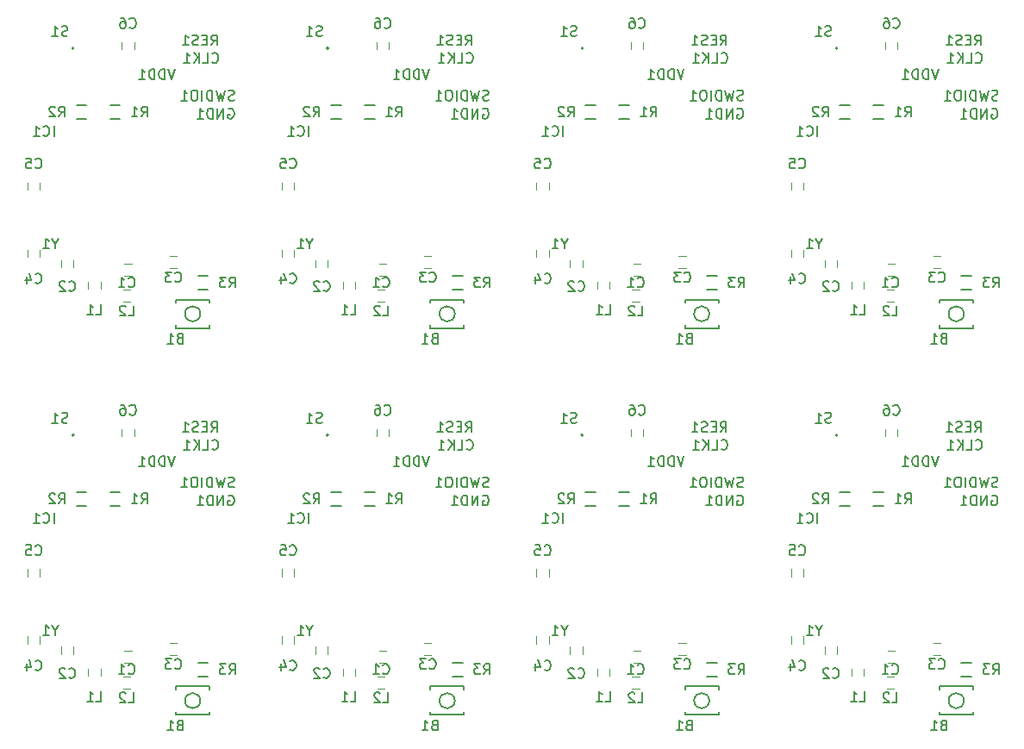
<source format=gbo>
%MOIN*%
%OFA0B0*%
%FSLAX46Y46*%
%IPPOS*%
%LPD*%
%ADD10C,0.0039370078740157488*%
%ADD11C,0.005905511811023622*%
%ADD12C,0.0047244094488188976*%
%ADD23C,0.0039370078740157488*%
%ADD24C,0.005905511811023622*%
%ADD25C,0.0047244094488188976*%
%ADD36C,0.0039370078740157488*%
%ADD37C,0.005905511811023622*%
%ADD38C,0.0047244094488188976*%
%ADD49C,0.0039370078740157488*%
%ADD50C,0.005905511811023622*%
%ADD51C,0.0047244094488188976*%
%ADD62C,0.0039370078740157488*%
%ADD63C,0.005905511811023622*%
%ADD64C,0.0047244094488188976*%
%ADD75C,0.0039370078740157488*%
%ADD76C,0.005905511811023622*%
%ADD77C,0.0047244094488188976*%
%ADD88C,0.0039370078740157488*%
%ADD89C,0.005905511811023622*%
%ADD90C,0.0047244094488188976*%
%ADD101C,0.0039370078740157488*%
%ADD102C,0.005905511811023622*%
%ADD103C,0.0047244094488188976*%
%LPD*%
G01*
D10*
D11*
X0000311653Y0001332204D02*
G75*
G03X0000311653Y0001332204I-0000003937D01*
G01*
X0000799999Y0000304960D02*
G75*
G03X0000799999Y0000304960I-0000029527D01*
G01*
X0000835433Y0000261653D02*
X0000835433Y0000249841D01*
X0000835433Y0000249841D02*
X0000705511Y0000249841D01*
X0000705511Y0000249841D02*
X0000705511Y0000261653D01*
X0000835433Y0000348267D02*
X0000835433Y0000360078D01*
X0000835433Y0000360078D02*
X0000705511Y0000360078D01*
X0000705511Y0000360078D02*
X0000705511Y0000348267D01*
X0000490156Y0001111535D02*
X0000450787Y0001111535D01*
X0000450787Y0001058385D02*
X0000490156Y0001058385D01*
X0000360157Y0001111535D02*
X0000320787Y0001111535D01*
X0000320787Y0001058385D02*
X0000360157Y0001058385D01*
X0000830156Y0000451535D02*
X0000790787Y0000451535D01*
X0000790787Y0000398385D02*
X0000830156Y0000398385D01*
D12*
X0000534251Y0000498582D02*
X0000506692Y0000498582D01*
X0000506692Y0000451338D02*
X0000534251Y0000451338D01*
X0000261850Y0000513740D02*
X0000261850Y0000486181D01*
X0000309094Y0000486181D02*
X0000309094Y0000513740D01*
X0000709251Y0000528582D02*
X0000681691Y0000528582D01*
X0000681691Y0000481338D02*
X0000709251Y0000481338D01*
X0000179094Y0000526181D02*
X0000179094Y0000553740D01*
X0000131850Y0000553740D02*
X0000131850Y0000526181D01*
X0000131850Y0000813740D02*
X0000131850Y0000786181D01*
X0000179094Y0000786181D02*
X0000179094Y0000813740D01*
X0000544094Y0001328681D02*
X0000544094Y0001356240D01*
X0000496850Y0001356240D02*
X0000496850Y0001328681D01*
X0000366850Y0000428740D02*
X0000366850Y0000401181D01*
X0000414094Y0000401181D02*
X0000414094Y0000428740D01*
X0000501692Y0000351338D02*
X0000529251Y0000351338D01*
X0000529251Y0000398581D02*
X0000501692Y0000398581D01*
D11*
X0000286468Y0001381025D02*
X0000280844Y0001379150D01*
X0000271470Y0001379150D01*
X0000267720Y0001381025D01*
X0000265846Y0001382899D01*
X0000263971Y0001386649D01*
X0000263971Y0001390398D01*
X0000265846Y0001394148D01*
X0000267720Y0001396023D01*
X0000271470Y0001397897D01*
X0000278969Y0001399772D01*
X0000282719Y0001401647D01*
X0000284593Y0001403522D01*
X0000286468Y0001407271D01*
X0000286468Y0001411021D01*
X0000284593Y0001414770D01*
X0000282719Y0001416645D01*
X0000278969Y0001418520D01*
X0000269595Y0001418520D01*
X0000263971Y0001416645D01*
X0000226476Y0001379150D02*
X0000248973Y0001379150D01*
X0000237723Y0001379150D02*
X0000237723Y0001418520D01*
X0000241473Y0001412896D01*
X0000245223Y0001409146D01*
X0000248973Y0001407271D01*
X0000233904Y0000992150D02*
X0000233904Y0001031520D01*
X0000192660Y0000995899D02*
X0000194535Y0000994025D01*
X0000200159Y0000992150D01*
X0000203908Y0000992150D01*
X0000209533Y0000994025D01*
X0000213282Y0000997774D01*
X0000215157Y0001001524D01*
X0000217032Y0001009023D01*
X0000217032Y0001014647D01*
X0000215157Y0001022146D01*
X0000213282Y0001025895D01*
X0000209533Y0001029644D01*
X0000203908Y0001031520D01*
X0000200159Y0001031520D01*
X0000194535Y0001029644D01*
X0000192660Y0001027770D01*
X0000155164Y0000992150D02*
X0000177662Y0000992150D01*
X0000166413Y0000992150D02*
X0000166413Y0001031520D01*
X0000170163Y0001025895D01*
X0000173911Y0001022146D01*
X0000177662Y0001020270D01*
X0000720407Y0000210772D02*
X0000714783Y0000208897D01*
X0000712907Y0000207023D01*
X0000711034Y0000203273D01*
X0000711034Y0000197649D01*
X0000712907Y0000193899D01*
X0000714783Y0000192025D01*
X0000718533Y0000190150D01*
X0000733531Y0000190150D01*
X0000733531Y0000229520D01*
X0000720407Y0000229520D01*
X0000716658Y0000227644D01*
X0000714783Y0000225770D01*
X0000712907Y0000222021D01*
X0000712907Y0000218271D01*
X0000714783Y0000214522D01*
X0000716658Y0000212647D01*
X0000720407Y0000210772D01*
X0000733531Y0000210772D01*
X0000673538Y0000190150D02*
X0000696035Y0000190150D01*
X0000684787Y0000190150D02*
X0000684787Y0000229520D01*
X0000688536Y0000223896D01*
X0000692286Y0000220146D01*
X0000696035Y0000218271D01*
X0000239220Y0000575897D02*
X0000239220Y0000557150D01*
X0000252342Y0000596520D02*
X0000239220Y0000575897D01*
X0000226096Y0000596520D01*
X0000192350Y0000557150D02*
X0000214848Y0000557150D01*
X0000203599Y0000557150D02*
X0000203599Y0000596520D01*
X0000207348Y0000590896D01*
X0000211098Y0000587146D01*
X0000214848Y0000585271D01*
X0000572034Y0001067150D02*
X0000585157Y0001085898D01*
X0000594531Y0001067150D02*
X0000594531Y0001106520D01*
X0000579533Y0001106520D01*
X0000575783Y0001104645D01*
X0000573908Y0001102770D01*
X0000572034Y0001099021D01*
X0000572034Y0001093397D01*
X0000573908Y0001089647D01*
X0000575783Y0001087772D01*
X0000579533Y0001085898D01*
X0000594531Y0001085898D01*
X0000534538Y0001067150D02*
X0000557035Y0001067150D01*
X0000545787Y0001067150D02*
X0000545787Y0001106520D01*
X0000549536Y0001100896D01*
X0000553286Y0001097146D01*
X0000557035Y0001095271D01*
X0000253033Y0001067150D02*
X0000266157Y0001085898D01*
X0000275531Y0001067150D02*
X0000275531Y0001106520D01*
X0000260533Y0001106520D01*
X0000256782Y0001104645D01*
X0000254908Y0001102770D01*
X0000253033Y0001099021D01*
X0000253033Y0001093397D01*
X0000254908Y0001089647D01*
X0000256782Y0001087772D01*
X0000260533Y0001085898D01*
X0000275531Y0001085898D01*
X0000238035Y0001102770D02*
X0000236160Y0001104645D01*
X0000232410Y0001106520D01*
X0000223037Y0001106520D01*
X0000219288Y0001104645D01*
X0000217413Y0001102770D01*
X0000215538Y0001099021D01*
X0000215538Y0001095271D01*
X0000217413Y0001089647D01*
X0000239910Y0001067150D01*
X0000215538Y0001067150D01*
X0000912034Y0000407150D02*
X0000925157Y0000425897D01*
X0000934531Y0000407150D02*
X0000934531Y0000446520D01*
X0000919533Y0000446520D01*
X0000915783Y0000444645D01*
X0000913908Y0000442770D01*
X0000912034Y0000439021D01*
X0000912034Y0000433397D01*
X0000913908Y0000429647D01*
X0000915783Y0000427772D01*
X0000919533Y0000425897D01*
X0000934531Y0000425897D01*
X0000898909Y0000446520D02*
X0000874538Y0000446520D01*
X0000887662Y0000431522D01*
X0000882037Y0000431522D01*
X0000878288Y0000429647D01*
X0000876413Y0000427772D01*
X0000874538Y0000424023D01*
X0000874538Y0000414649D01*
X0000876413Y0000410899D01*
X0000878288Y0000409025D01*
X0000882037Y0000407150D01*
X0000893286Y0000407150D01*
X0000897035Y0000409025D01*
X0000898909Y0000410899D01*
X0000845654Y0001278899D02*
X0000847529Y0001277025D01*
X0000853153Y0001275150D01*
X0000856902Y0001275150D01*
X0000862526Y0001277025D01*
X0000866277Y0001280774D01*
X0000868151Y0001284524D01*
X0000870025Y0001292023D01*
X0000870025Y0001297647D01*
X0000868151Y0001305146D01*
X0000866277Y0001308896D01*
X0000862526Y0001312645D01*
X0000856902Y0001314520D01*
X0000853153Y0001314520D01*
X0000847529Y0001312645D01*
X0000845654Y0001310770D01*
X0000810034Y0001275150D02*
X0000828781Y0001275150D01*
X0000828781Y0001314520D01*
X0000796910Y0001275150D02*
X0000796910Y0001314520D01*
X0000774413Y0001275150D02*
X0000791286Y0001297647D01*
X0000774413Y0001314520D02*
X0000796910Y0001292023D01*
X0000736918Y0001275150D02*
X0000759415Y0001275150D01*
X0000748166Y0001275150D02*
X0000748166Y0001314520D01*
X0000751916Y0001308896D01*
X0000755665Y0001305146D01*
X0000759415Y0001303271D01*
X0000908216Y0001097645D02*
X0000911965Y0001099520D01*
X0000917590Y0001099520D01*
X0000923214Y0001097645D01*
X0000926964Y0001093896D01*
X0000928838Y0001090146D01*
X0000930713Y0001082647D01*
X0000930713Y0001077023D01*
X0000928838Y0001069524D01*
X0000926964Y0001065774D01*
X0000923214Y0001062025D01*
X0000917590Y0001060150D01*
X0000913840Y0001060150D01*
X0000908216Y0001062025D01*
X0000906341Y0001063899D01*
X0000906341Y0001077023D01*
X0000913840Y0001077023D01*
X0000889468Y0001060150D02*
X0000889468Y0001099520D01*
X0000866971Y0001060150D01*
X0000866971Y0001099520D01*
X0000848223Y0001060150D02*
X0000848223Y0001099520D01*
X0000838850Y0001099520D01*
X0000833225Y0001097645D01*
X0000829476Y0001093896D01*
X0000827601Y0001090146D01*
X0000825726Y0001082647D01*
X0000825726Y0001077023D01*
X0000827601Y0001069524D01*
X0000829476Y0001065774D01*
X0000833225Y0001062025D01*
X0000838850Y0001060150D01*
X0000848223Y0001060150D01*
X0000788231Y0001060150D02*
X0000810728Y0001060150D01*
X0000799479Y0001060150D02*
X0000799479Y0001099520D01*
X0000803229Y0001093896D01*
X0000806978Y0001090146D01*
X0000810728Y0001088271D01*
X0000842592Y0001344150D02*
X0000855715Y0001362898D01*
X0000865089Y0001344150D02*
X0000865089Y0001383520D01*
X0000850091Y0001383520D01*
X0000846341Y0001381644D01*
X0000844466Y0001379770D01*
X0000842592Y0001376021D01*
X0000842592Y0001370397D01*
X0000844466Y0001366647D01*
X0000846341Y0001364772D01*
X0000850091Y0001362898D01*
X0000865089Y0001362898D01*
X0000825719Y0001364772D02*
X0000812595Y0001364772D01*
X0000806971Y0001344150D02*
X0000825719Y0001344150D01*
X0000825719Y0001383520D01*
X0000806971Y0001383520D01*
X0000791972Y0001346025D02*
X0000786349Y0001344150D01*
X0000776975Y0001344150D01*
X0000773224Y0001346025D01*
X0000771350Y0001347899D01*
X0000769476Y0001351649D01*
X0000769476Y0001355398D01*
X0000771350Y0001359148D01*
X0000773224Y0001361023D01*
X0000776975Y0001362898D01*
X0000784474Y0001364772D01*
X0000788223Y0001366647D01*
X0000790098Y0001368521D01*
X0000791972Y0001372271D01*
X0000791972Y0001376021D01*
X0000790098Y0001379770D01*
X0000788223Y0001381644D01*
X0000784474Y0001383520D01*
X0000775100Y0001383520D01*
X0000769476Y0001381644D01*
X0000731980Y0001344150D02*
X0000754477Y0001344150D01*
X0000743229Y0001344150D02*
X0000743229Y0001383520D01*
X0000746979Y0001377896D01*
X0000750728Y0001374146D01*
X0000754477Y0001372271D01*
X0000930647Y0001132025D02*
X0000925022Y0001130150D01*
X0000915649Y0001130150D01*
X0000911899Y0001132025D01*
X0000910024Y0001133899D01*
X0000908149Y0001137649D01*
X0000908149Y0001141398D01*
X0000910024Y0001145148D01*
X0000911899Y0001147023D01*
X0000915649Y0001148898D01*
X0000923147Y0001150772D01*
X0000926897Y0001152647D01*
X0000928772Y0001154522D01*
X0000930647Y0001158271D01*
X0000930647Y0001162021D01*
X0000928772Y0001165770D01*
X0000926897Y0001167645D01*
X0000923147Y0001169520D01*
X0000913774Y0001169520D01*
X0000908149Y0001167645D01*
X0000895026Y0001169520D02*
X0000885652Y0001130150D01*
X0000878153Y0001158271D01*
X0000870654Y0001130150D01*
X0000861279Y0001169520D01*
X0000846282Y0001130150D02*
X0000846282Y0001169520D01*
X0000836908Y0001169520D01*
X0000831284Y0001167645D01*
X0000827535Y0001163896D01*
X0000825660Y0001160146D01*
X0000823785Y0001152647D01*
X0000823785Y0001147023D01*
X0000825660Y0001139524D01*
X0000827535Y0001135774D01*
X0000831284Y0001132025D01*
X0000836908Y0001130150D01*
X0000846282Y0001130150D01*
X0000806912Y0001130150D02*
X0000806912Y0001169520D01*
X0000780665Y0001169520D02*
X0000773166Y0001169520D01*
X0000769417Y0001167645D01*
X0000765667Y0001163896D01*
X0000763793Y0001156397D01*
X0000763793Y0001143273D01*
X0000765667Y0001135774D01*
X0000769417Y0001132025D01*
X0000773166Y0001130150D01*
X0000780665Y0001130150D01*
X0000784415Y0001132025D01*
X0000788165Y0001135774D01*
X0000790039Y0001143273D01*
X0000790039Y0001156397D01*
X0000788165Y0001163896D01*
X0000784415Y0001167645D01*
X0000780665Y0001169520D01*
X0000726297Y0001130150D02*
X0000748794Y0001130150D01*
X0000737546Y0001130150D02*
X0000737546Y0001169520D01*
X0000741295Y0001163896D01*
X0000745045Y0001160146D01*
X0000748794Y0001158271D01*
X0000701713Y0001251520D02*
X0000688590Y0001212150D01*
X0000675466Y0001251520D01*
X0000662343Y0001212150D02*
X0000662343Y0001251520D01*
X0000652968Y0001251520D01*
X0000647344Y0001249645D01*
X0000643595Y0001245896D01*
X0000641720Y0001242146D01*
X0000639845Y0001234647D01*
X0000639845Y0001229023D01*
X0000641720Y0001221524D01*
X0000643595Y0001217774D01*
X0000647344Y0001214025D01*
X0000652968Y0001212150D01*
X0000662343Y0001212150D01*
X0000622973Y0001212150D02*
X0000622973Y0001251520D01*
X0000613599Y0001251520D01*
X0000607975Y0001249645D01*
X0000604225Y0001245896D01*
X0000602350Y0001242146D01*
X0000600476Y0001234647D01*
X0000600476Y0001229023D01*
X0000602350Y0001221524D01*
X0000604225Y0001217774D01*
X0000607975Y0001214025D01*
X0000613599Y0001212150D01*
X0000622973Y0001212150D01*
X0000562980Y0001212150D02*
X0000585478Y0001212150D01*
X0000574229Y0001212150D02*
X0000574229Y0001251520D01*
X0000577979Y0001245896D01*
X0000581728Y0001242146D01*
X0000585478Y0001240271D01*
X0000522034Y0000410899D02*
X0000523908Y0000409025D01*
X0000529533Y0000407150D01*
X0000533282Y0000407150D01*
X0000538906Y0000409025D01*
X0000542656Y0000412774D01*
X0000544531Y0000416524D01*
X0000546406Y0000424023D01*
X0000546406Y0000429647D01*
X0000544531Y0000437146D01*
X0000542656Y0000440896D01*
X0000538906Y0000444645D01*
X0000533282Y0000446520D01*
X0000529533Y0000446520D01*
X0000523908Y0000444645D01*
X0000522034Y0000442770D01*
X0000484538Y0000407150D02*
X0000507035Y0000407150D01*
X0000495786Y0000407150D02*
X0000495786Y0000446520D01*
X0000499536Y0000440896D01*
X0000503286Y0000437146D01*
X0000507035Y0000435270D01*
X0000292034Y0000395899D02*
X0000293908Y0000394025D01*
X0000299533Y0000392150D01*
X0000303282Y0000392150D01*
X0000308907Y0000394025D01*
X0000312656Y0000397773D01*
X0000314531Y0000401524D01*
X0000316406Y0000409023D01*
X0000316406Y0000414647D01*
X0000314531Y0000422146D01*
X0000312656Y0000425896D01*
X0000308907Y0000429645D01*
X0000303282Y0000431520D01*
X0000299533Y0000431520D01*
X0000293908Y0000429645D01*
X0000292034Y0000427770D01*
X0000277035Y0000427770D02*
X0000275161Y0000429645D01*
X0000271411Y0000431520D01*
X0000262037Y0000431520D01*
X0000258288Y0000429645D01*
X0000256413Y0000427770D01*
X0000254538Y0000424021D01*
X0000254538Y0000420270D01*
X0000256413Y0000414647D01*
X0000278910Y0000392150D01*
X0000254538Y0000392150D01*
X0000702034Y0000430899D02*
X0000703907Y0000429025D01*
X0000709533Y0000427150D01*
X0000713282Y0000427150D01*
X0000718907Y0000429025D01*
X0000722656Y0000432773D01*
X0000724531Y0000436524D01*
X0000726406Y0000444023D01*
X0000726406Y0000449647D01*
X0000724531Y0000457146D01*
X0000722656Y0000460896D01*
X0000718907Y0000464645D01*
X0000713282Y0000466520D01*
X0000709533Y0000466520D01*
X0000703907Y0000464645D01*
X0000702034Y0000462770D01*
X0000688910Y0000466520D02*
X0000664538Y0000466520D01*
X0000677661Y0000451522D01*
X0000672037Y0000451522D01*
X0000668288Y0000449647D01*
X0000666413Y0000447772D01*
X0000664538Y0000444023D01*
X0000664538Y0000434649D01*
X0000666413Y0000430899D01*
X0000668288Y0000429025D01*
X0000672037Y0000427150D01*
X0000683286Y0000427150D01*
X0000687035Y0000429025D01*
X0000688910Y0000430899D01*
X0000162034Y0000425899D02*
X0000163908Y0000424025D01*
X0000169533Y0000422150D01*
X0000173282Y0000422150D01*
X0000178907Y0000424025D01*
X0000182656Y0000427774D01*
X0000184530Y0000431524D01*
X0000186406Y0000439023D01*
X0000186406Y0000444647D01*
X0000184530Y0000452146D01*
X0000182656Y0000455896D01*
X0000178907Y0000459644D01*
X0000173282Y0000461520D01*
X0000169533Y0000461520D01*
X0000163908Y0000459644D01*
X0000162034Y0000457770D01*
X0000128288Y0000448397D02*
X0000128288Y0000422150D01*
X0000137662Y0000463395D02*
X0000147035Y0000435273D01*
X0000122664Y0000435273D01*
X0000162034Y0000870899D02*
X0000163908Y0000869025D01*
X0000169533Y0000867150D01*
X0000173282Y0000867150D01*
X0000178907Y0000869025D01*
X0000182656Y0000872773D01*
X0000184530Y0000876524D01*
X0000186406Y0000884023D01*
X0000186406Y0000889647D01*
X0000184530Y0000897146D01*
X0000182656Y0000900896D01*
X0000178907Y0000904645D01*
X0000173282Y0000906520D01*
X0000169533Y0000906520D01*
X0000163908Y0000904645D01*
X0000162034Y0000902770D01*
X0000126413Y0000906520D02*
X0000145161Y0000906520D01*
X0000147035Y0000887772D01*
X0000145161Y0000889647D01*
X0000141411Y0000891522D01*
X0000132037Y0000891522D01*
X0000128288Y0000889647D01*
X0000126413Y0000887772D01*
X0000124538Y0000884023D01*
X0000124538Y0000874649D01*
X0000126413Y0000870899D01*
X0000128288Y0000869025D01*
X0000132037Y0000867150D01*
X0000141411Y0000867150D01*
X0000145161Y0000869025D01*
X0000147035Y0000870899D01*
X0000527034Y0001413399D02*
X0000528908Y0001411525D01*
X0000534533Y0001409650D01*
X0000538282Y0001409650D01*
X0000543906Y0001411525D01*
X0000547656Y0001415274D01*
X0000549531Y0001419024D01*
X0000551406Y0001426523D01*
X0000551406Y0001432147D01*
X0000549531Y0001439646D01*
X0000547656Y0001443396D01*
X0000543906Y0001447145D01*
X0000538282Y0001449020D01*
X0000534533Y0001449020D01*
X0000528908Y0001447145D01*
X0000527034Y0001445270D01*
X0000493288Y0001449020D02*
X0000500787Y0001449020D01*
X0000504536Y0001447145D01*
X0000506410Y0001445270D01*
X0000510161Y0001439646D01*
X0000512035Y0001432147D01*
X0000512035Y0001417149D01*
X0000510161Y0001413399D01*
X0000508286Y0001411525D01*
X0000504536Y0001409650D01*
X0000497036Y0001409650D01*
X0000493288Y0001411525D01*
X0000491413Y0001413399D01*
X0000489538Y0001417149D01*
X0000489538Y0001426523D01*
X0000491413Y0001430272D01*
X0000493288Y0001432147D01*
X0000497036Y0001434022D01*
X0000504536Y0001434022D01*
X0000508286Y0001432147D01*
X0000510161Y0001430272D01*
X0000512035Y0001426523D01*
X0000397034Y0000302150D02*
X0000415781Y0000302150D01*
X0000415781Y0000341520D01*
X0000363288Y0000302150D02*
X0000385785Y0000302150D01*
X0000374536Y0000302150D02*
X0000374536Y0000341520D01*
X0000378285Y0000335896D01*
X0000382035Y0000332146D01*
X0000385785Y0000330271D01*
X0000522034Y0000297150D02*
X0000540781Y0000297150D01*
X0000540781Y0000336520D01*
X0000510785Y0000332770D02*
X0000508910Y0000334645D01*
X0000505161Y0000336520D01*
X0000495786Y0000336520D01*
X0000492037Y0000334645D01*
X0000490163Y0000332770D01*
X0000488288Y0000329021D01*
X0000488288Y0000325271D01*
X0000490163Y0000319647D01*
X0000512660Y0000297150D01*
X0000488288Y0000297150D01*
G01*
D23*
D24*
X0001295905Y0001332204D02*
G75*
G03X0001295905Y0001332204I-0000003937D01*
G01*
X0001784251Y0000304960D02*
G75*
G03X0001784251Y0000304960I-0000029527D01*
G01*
X0001819683Y0000261653D02*
X0001819683Y0000249841D01*
X0001819683Y0000249841D02*
X0001689763Y0000249841D01*
X0001689763Y0000249841D02*
X0001689763Y0000261653D01*
X0001819683Y0000348267D02*
X0001819683Y0000360078D01*
X0001819683Y0000360078D02*
X0001689763Y0000360078D01*
X0001689763Y0000360078D02*
X0001689763Y0000348267D01*
X0001474409Y0001111535D02*
X0001435039Y0001111535D01*
X0001435039Y0001058385D02*
X0001474409Y0001058385D01*
X0001344409Y0001111535D02*
X0001305039Y0001111535D01*
X0001305039Y0001058385D02*
X0001344409Y0001058385D01*
X0001814409Y0000451535D02*
X0001775038Y0000451535D01*
X0001775038Y0000398385D02*
X0001814409Y0000398385D01*
D25*
X0001518503Y0000498582D02*
X0001490944Y0000498582D01*
X0001490944Y0000451338D02*
X0001518503Y0000451338D01*
X0001246102Y0000513740D02*
X0001246102Y0000486181D01*
X0001293346Y0000486181D02*
X0001293346Y0000513740D01*
X0001693503Y0000528582D02*
X0001665944Y0000528582D01*
X0001665944Y0000481338D02*
X0001693503Y0000481338D01*
X0001163346Y0000526181D02*
X0001163346Y0000553740D01*
X0001116102Y0000553740D02*
X0001116102Y0000526181D01*
X0001116102Y0000813740D02*
X0001116102Y0000786181D01*
X0001163346Y0000786181D02*
X0001163346Y0000813740D01*
X0001528346Y0001328681D02*
X0001528346Y0001356240D01*
X0001481102Y0001356240D02*
X0001481102Y0001328681D01*
X0001351102Y0000428740D02*
X0001351102Y0000401181D01*
X0001398346Y0000401181D02*
X0001398346Y0000428740D01*
X0001485944Y0000351338D02*
X0001513503Y0000351338D01*
X0001513503Y0000398581D02*
X0001485944Y0000398581D01*
D24*
X0001270720Y0001381025D02*
X0001265096Y0001379150D01*
X0001255722Y0001379150D01*
X0001251972Y0001381025D01*
X0001250098Y0001382899D01*
X0001248223Y0001386649D01*
X0001248223Y0001390398D01*
X0001250098Y0001394148D01*
X0001251972Y0001396023D01*
X0001255722Y0001397897D01*
X0001263221Y0001399772D01*
X0001266971Y0001401647D01*
X0001268845Y0001403522D01*
X0001270720Y0001407271D01*
X0001270720Y0001411021D01*
X0001268845Y0001414770D01*
X0001266971Y0001416645D01*
X0001263221Y0001418520D01*
X0001253847Y0001418520D01*
X0001248223Y0001416645D01*
X0001210728Y0001379150D02*
X0001233225Y0001379150D01*
X0001221976Y0001379150D02*
X0001221976Y0001418520D01*
X0001225726Y0001412896D01*
X0001229475Y0001409146D01*
X0001233225Y0001407271D01*
X0001218157Y0000992150D02*
X0001218157Y0001031520D01*
X0001176912Y0000995899D02*
X0001178787Y0000994025D01*
X0001184411Y0000992150D01*
X0001188160Y0000992150D01*
X0001193785Y0000994025D01*
X0001197534Y0000997774D01*
X0001199409Y0001001524D01*
X0001201284Y0001009023D01*
X0001201284Y0001014647D01*
X0001199409Y0001022146D01*
X0001197534Y0001025895D01*
X0001193785Y0001029644D01*
X0001188160Y0001031520D01*
X0001184411Y0001031520D01*
X0001178787Y0001029644D01*
X0001176912Y0001027770D01*
X0001139416Y0000992150D02*
X0001161914Y0000992150D01*
X0001150665Y0000992150D02*
X0001150665Y0001031520D01*
X0001154415Y0001025895D01*
X0001158164Y0001022146D01*
X0001161914Y0001020270D01*
X0001704659Y0000210772D02*
X0001699035Y0000208897D01*
X0001697160Y0000207023D01*
X0001695286Y0000203273D01*
X0001695286Y0000197649D01*
X0001697160Y0000193899D01*
X0001699035Y0000192025D01*
X0001702785Y0000190150D01*
X0001717783Y0000190150D01*
X0001717783Y0000229520D01*
X0001704659Y0000229520D01*
X0001700909Y0000227644D01*
X0001699035Y0000225770D01*
X0001697160Y0000222021D01*
X0001697160Y0000218271D01*
X0001699035Y0000214522D01*
X0001700909Y0000212647D01*
X0001704659Y0000210772D01*
X0001717783Y0000210772D01*
X0001657790Y0000190150D02*
X0001680287Y0000190150D01*
X0001669039Y0000190150D02*
X0001669039Y0000229520D01*
X0001672788Y0000223896D01*
X0001676538Y0000220146D01*
X0001680287Y0000218271D01*
X0001223472Y0000575897D02*
X0001223472Y0000557150D01*
X0001236595Y0000596520D02*
X0001223472Y0000575897D01*
X0001210348Y0000596520D01*
X0001176602Y0000557150D02*
X0001199100Y0000557150D01*
X0001187851Y0000557150D02*
X0001187851Y0000596520D01*
X0001191601Y0000590896D01*
X0001195350Y0000587146D01*
X0001199100Y0000585271D01*
X0001556286Y0001067150D02*
X0001569409Y0001085898D01*
X0001578783Y0001067150D02*
X0001578783Y0001106520D01*
X0001563785Y0001106520D01*
X0001560034Y0001104645D01*
X0001558160Y0001102770D01*
X0001556286Y0001099021D01*
X0001556286Y0001093397D01*
X0001558160Y0001089647D01*
X0001560034Y0001087772D01*
X0001563785Y0001085898D01*
X0001578783Y0001085898D01*
X0001518790Y0001067150D02*
X0001541287Y0001067150D01*
X0001530039Y0001067150D02*
X0001530039Y0001106520D01*
X0001533788Y0001100896D01*
X0001537538Y0001097146D01*
X0001541287Y0001095271D01*
X0001237286Y0001067150D02*
X0001250409Y0001085898D01*
X0001259783Y0001067150D02*
X0001259783Y0001106520D01*
X0001244785Y0001106520D01*
X0001241035Y0001104645D01*
X0001239160Y0001102770D01*
X0001237286Y0001099021D01*
X0001237286Y0001093397D01*
X0001239160Y0001089647D01*
X0001241035Y0001087772D01*
X0001244785Y0001085898D01*
X0001259783Y0001085898D01*
X0001222287Y0001102770D02*
X0001220413Y0001104645D01*
X0001216663Y0001106520D01*
X0001207289Y0001106520D01*
X0001203540Y0001104645D01*
X0001201665Y0001102770D01*
X0001199790Y0001099021D01*
X0001199790Y0001095271D01*
X0001201665Y0001089647D01*
X0001224162Y0001067150D01*
X0001199790Y0001067150D01*
X0001896286Y0000407150D02*
X0001909409Y0000425897D01*
X0001918783Y0000407150D02*
X0001918783Y0000446520D01*
X0001903785Y0000446520D01*
X0001900034Y0000444645D01*
X0001898160Y0000442770D01*
X0001896286Y0000439021D01*
X0001896286Y0000433397D01*
X0001898160Y0000429647D01*
X0001900034Y0000427772D01*
X0001903785Y0000425897D01*
X0001918783Y0000425897D01*
X0001883162Y0000446520D02*
X0001858790Y0000446520D01*
X0001871914Y0000431522D01*
X0001866289Y0000431522D01*
X0001862540Y0000429647D01*
X0001860665Y0000427772D01*
X0001858790Y0000424023D01*
X0001858790Y0000414649D01*
X0001860665Y0000410899D01*
X0001862540Y0000409025D01*
X0001866289Y0000407150D01*
X0001877538Y0000407150D01*
X0001881287Y0000409025D01*
X0001883162Y0000410899D01*
X0001829906Y0001278899D02*
X0001831780Y0001277025D01*
X0001837405Y0001275150D01*
X0001841155Y0001275150D01*
X0001846779Y0001277025D01*
X0001850529Y0001280774D01*
X0001852403Y0001284524D01*
X0001854278Y0001292023D01*
X0001854278Y0001297647D01*
X0001852403Y0001305146D01*
X0001850529Y0001308896D01*
X0001846779Y0001312645D01*
X0001841155Y0001314520D01*
X0001837405Y0001314520D01*
X0001831780Y0001312645D01*
X0001829906Y0001310770D01*
X0001794285Y0001275150D02*
X0001813033Y0001275150D01*
X0001813033Y0001314520D01*
X0001781162Y0001275150D02*
X0001781162Y0001314520D01*
X0001758664Y0001275150D02*
X0001775538Y0001297647D01*
X0001758664Y0001314520D02*
X0001781162Y0001292023D01*
X0001721170Y0001275150D02*
X0001743667Y0001275150D01*
X0001732418Y0001275150D02*
X0001732418Y0001314520D01*
X0001736168Y0001308896D01*
X0001739917Y0001305146D01*
X0001743667Y0001303271D01*
X0001892468Y0001097645D02*
X0001896217Y0001099520D01*
X0001901842Y0001099520D01*
X0001907466Y0001097645D01*
X0001911215Y0001093896D01*
X0001913090Y0001090146D01*
X0001914965Y0001082647D01*
X0001914965Y0001077023D01*
X0001913090Y0001069524D01*
X0001911215Y0001065774D01*
X0001907466Y0001062025D01*
X0001901842Y0001060150D01*
X0001898092Y0001060150D01*
X0001892468Y0001062025D01*
X0001890593Y0001063899D01*
X0001890593Y0001077023D01*
X0001898092Y0001077023D01*
X0001873720Y0001060150D02*
X0001873720Y0001099520D01*
X0001851223Y0001060150D01*
X0001851223Y0001099520D01*
X0001832475Y0001060150D02*
X0001832475Y0001099520D01*
X0001823100Y0001099520D01*
X0001817477Y0001097645D01*
X0001813728Y0001093896D01*
X0001811851Y0001090146D01*
X0001809977Y0001082647D01*
X0001809977Y0001077023D01*
X0001811851Y0001069524D01*
X0001813728Y0001065774D01*
X0001817477Y0001062025D01*
X0001823100Y0001060150D01*
X0001832475Y0001060150D01*
X0001772482Y0001060150D02*
X0001794980Y0001060150D01*
X0001783731Y0001060150D02*
X0001783731Y0001099520D01*
X0001787481Y0001093896D01*
X0001791230Y0001090146D01*
X0001794980Y0001088271D01*
X0001826844Y0001344150D02*
X0001839967Y0001362898D01*
X0001849341Y0001344150D02*
X0001849341Y0001383520D01*
X0001834343Y0001383520D01*
X0001830593Y0001381644D01*
X0001828718Y0001379770D01*
X0001826844Y0001376021D01*
X0001826844Y0001370397D01*
X0001828718Y0001366647D01*
X0001830593Y0001364772D01*
X0001834343Y0001362898D01*
X0001849341Y0001362898D01*
X0001809971Y0001364772D02*
X0001796847Y0001364772D01*
X0001791223Y0001344150D02*
X0001809971Y0001344150D01*
X0001809971Y0001383520D01*
X0001791223Y0001383520D01*
X0001776225Y0001346025D02*
X0001770601Y0001344150D01*
X0001761227Y0001344150D01*
X0001757477Y0001346025D01*
X0001755602Y0001347899D01*
X0001753728Y0001351649D01*
X0001753728Y0001355398D01*
X0001755602Y0001359148D01*
X0001757477Y0001361023D01*
X0001761227Y0001362898D01*
X0001768726Y0001364772D01*
X0001772475Y0001366647D01*
X0001774350Y0001368521D01*
X0001776225Y0001372271D01*
X0001776225Y0001376021D01*
X0001774350Y0001379770D01*
X0001772475Y0001381644D01*
X0001768726Y0001383520D01*
X0001759352Y0001383520D01*
X0001753728Y0001381644D01*
X0001716232Y0001344150D02*
X0001738730Y0001344150D01*
X0001727481Y0001344150D02*
X0001727481Y0001383520D01*
X0001731230Y0001377896D01*
X0001734980Y0001374146D01*
X0001738730Y0001372271D01*
X0001914899Y0001132025D02*
X0001909274Y0001130150D01*
X0001899900Y0001130150D01*
X0001896151Y0001132025D01*
X0001894276Y0001133899D01*
X0001892401Y0001137649D01*
X0001892401Y0001141398D01*
X0001894276Y0001145148D01*
X0001896151Y0001147023D01*
X0001899900Y0001148898D01*
X0001907400Y0001150772D01*
X0001911149Y0001152647D01*
X0001913024Y0001154522D01*
X0001914899Y0001158271D01*
X0001914899Y0001162021D01*
X0001913024Y0001165770D01*
X0001911149Y0001167645D01*
X0001907400Y0001169520D01*
X0001898026Y0001169520D01*
X0001892401Y0001167645D01*
X0001879278Y0001169520D02*
X0001869904Y0001130150D01*
X0001862405Y0001158271D01*
X0001854906Y0001130150D01*
X0001845532Y0001169520D01*
X0001830533Y0001130150D02*
X0001830533Y0001169520D01*
X0001821158Y0001169520D01*
X0001815536Y0001167645D01*
X0001811787Y0001163896D01*
X0001809912Y0001160146D01*
X0001808035Y0001152647D01*
X0001808035Y0001147023D01*
X0001809912Y0001139524D01*
X0001811787Y0001135774D01*
X0001815536Y0001132025D01*
X0001821158Y0001130150D01*
X0001830533Y0001130150D01*
X0001791164Y0001130150D02*
X0001791164Y0001169520D01*
X0001764917Y0001169520D02*
X0001757417Y0001169520D01*
X0001753669Y0001167645D01*
X0001749919Y0001163896D01*
X0001748045Y0001156397D01*
X0001748045Y0001143273D01*
X0001749919Y0001135774D01*
X0001753669Y0001132025D01*
X0001757417Y0001130150D01*
X0001764917Y0001130150D01*
X0001768666Y0001132025D01*
X0001772416Y0001135774D01*
X0001774291Y0001143273D01*
X0001774291Y0001156397D01*
X0001772416Y0001163896D01*
X0001768666Y0001167645D01*
X0001764917Y0001169520D01*
X0001710549Y0001130150D02*
X0001733046Y0001130150D01*
X0001721798Y0001130150D02*
X0001721798Y0001169520D01*
X0001725547Y0001163896D01*
X0001729297Y0001160146D01*
X0001733046Y0001158271D01*
X0001685965Y0001251520D02*
X0001672842Y0001212150D01*
X0001659718Y0001251520D01*
X0001646595Y0001212150D02*
X0001646595Y0001251520D01*
X0001637221Y0001251520D01*
X0001631597Y0001249645D01*
X0001627847Y0001245896D01*
X0001625972Y0001242146D01*
X0001624098Y0001234647D01*
X0001624098Y0001229023D01*
X0001625972Y0001221524D01*
X0001627847Y0001217774D01*
X0001631597Y0001214025D01*
X0001637221Y0001212150D01*
X0001646595Y0001212150D01*
X0001607225Y0001212150D02*
X0001607225Y0001251520D01*
X0001597851Y0001251520D01*
X0001592227Y0001249645D01*
X0001588477Y0001245896D01*
X0001586602Y0001242146D01*
X0001584728Y0001234647D01*
X0001584728Y0001229023D01*
X0001586602Y0001221524D01*
X0001588477Y0001217774D01*
X0001592227Y0001214025D01*
X0001597851Y0001212150D01*
X0001607225Y0001212150D01*
X0001547232Y0001212150D02*
X0001569730Y0001212150D01*
X0001558481Y0001212150D02*
X0001558481Y0001251520D01*
X0001562230Y0001245896D01*
X0001565980Y0001242146D01*
X0001569730Y0001240271D01*
X0001506286Y0000410899D02*
X0001508160Y0000409025D01*
X0001513784Y0000407150D01*
X0001517534Y0000407150D01*
X0001523158Y0000409025D01*
X0001526907Y0000412774D01*
X0001528783Y0000416524D01*
X0001530658Y0000424023D01*
X0001530658Y0000429647D01*
X0001528783Y0000437146D01*
X0001526907Y0000440896D01*
X0001523158Y0000444645D01*
X0001517534Y0000446520D01*
X0001513784Y0000446520D01*
X0001508160Y0000444645D01*
X0001506286Y0000442770D01*
X0001468790Y0000407150D02*
X0001491287Y0000407150D01*
X0001480039Y0000407150D02*
X0001480039Y0000446520D01*
X0001483788Y0000440896D01*
X0001487538Y0000437146D01*
X0001491287Y0000435270D01*
X0001276286Y0000395899D02*
X0001278160Y0000394025D01*
X0001283785Y0000392150D01*
X0001287534Y0000392150D01*
X0001293158Y0000394025D01*
X0001296908Y0000397773D01*
X0001298783Y0000401524D01*
X0001300658Y0000409023D01*
X0001300658Y0000414647D01*
X0001298783Y0000422146D01*
X0001296908Y0000425896D01*
X0001293158Y0000429645D01*
X0001287534Y0000431520D01*
X0001283785Y0000431520D01*
X0001278160Y0000429645D01*
X0001276286Y0000427770D01*
X0001261287Y0000427770D02*
X0001259413Y0000429645D01*
X0001255663Y0000431520D01*
X0001246289Y0000431520D01*
X0001242540Y0000429645D01*
X0001240665Y0000427770D01*
X0001238790Y0000424021D01*
X0001238790Y0000420270D01*
X0001240665Y0000414647D01*
X0001263162Y0000392150D01*
X0001238790Y0000392150D01*
X0001686286Y0000430899D02*
X0001688160Y0000429025D01*
X0001693785Y0000427150D01*
X0001697534Y0000427150D01*
X0001703158Y0000429025D01*
X0001706908Y0000432773D01*
X0001708783Y0000436524D01*
X0001710658Y0000444023D01*
X0001710658Y0000449647D01*
X0001708783Y0000457146D01*
X0001706908Y0000460896D01*
X0001703158Y0000464645D01*
X0001697534Y0000466520D01*
X0001693785Y0000466520D01*
X0001688160Y0000464645D01*
X0001686286Y0000462770D01*
X0001673161Y0000466520D02*
X0001648788Y0000466520D01*
X0001661914Y0000451522D01*
X0001656289Y0000451522D01*
X0001652540Y0000449647D01*
X0001650665Y0000447772D01*
X0001648788Y0000444023D01*
X0001648788Y0000434649D01*
X0001650665Y0000430899D01*
X0001652540Y0000429025D01*
X0001656289Y0000427150D01*
X0001667538Y0000427150D01*
X0001671287Y0000429025D01*
X0001673161Y0000430899D01*
X0001146286Y0000425899D02*
X0001148160Y0000424025D01*
X0001153785Y0000422150D01*
X0001157534Y0000422150D01*
X0001163158Y0000424025D01*
X0001166908Y0000427774D01*
X0001168783Y0000431524D01*
X0001170657Y0000439023D01*
X0001170657Y0000444647D01*
X0001168783Y0000452146D01*
X0001166908Y0000455896D01*
X0001163158Y0000459644D01*
X0001157534Y0000461520D01*
X0001153785Y0000461520D01*
X0001148160Y0000459644D01*
X0001146286Y0000457770D01*
X0001112540Y0000448397D02*
X0001112540Y0000422150D01*
X0001121914Y0000463395D02*
X0001131287Y0000435273D01*
X0001106915Y0000435273D01*
X0001146286Y0000870899D02*
X0001148160Y0000869025D01*
X0001153785Y0000867150D01*
X0001157534Y0000867150D01*
X0001163158Y0000869025D01*
X0001166908Y0000872773D01*
X0001168783Y0000876524D01*
X0001170657Y0000884023D01*
X0001170657Y0000889647D01*
X0001168783Y0000897146D01*
X0001166908Y0000900896D01*
X0001163158Y0000904645D01*
X0001157534Y0000906520D01*
X0001153785Y0000906520D01*
X0001148160Y0000904645D01*
X0001146286Y0000902770D01*
X0001110665Y0000906520D02*
X0001129413Y0000906520D01*
X0001131287Y0000887772D01*
X0001129413Y0000889647D01*
X0001125663Y0000891522D01*
X0001116289Y0000891522D01*
X0001112540Y0000889647D01*
X0001110665Y0000887772D01*
X0001108790Y0000884023D01*
X0001108790Y0000874649D01*
X0001110665Y0000870899D01*
X0001112540Y0000869025D01*
X0001116289Y0000867150D01*
X0001125663Y0000867150D01*
X0001129413Y0000869025D01*
X0001131287Y0000870899D01*
X0001511286Y0001413399D02*
X0001513160Y0001411525D01*
X0001518785Y0001409650D01*
X0001522534Y0001409650D01*
X0001528158Y0001411525D01*
X0001531908Y0001415274D01*
X0001533782Y0001419024D01*
X0001535658Y0001426523D01*
X0001535658Y0001432147D01*
X0001533782Y0001439646D01*
X0001531908Y0001443396D01*
X0001528158Y0001447145D01*
X0001522534Y0001449020D01*
X0001518785Y0001449020D01*
X0001513160Y0001447145D01*
X0001511286Y0001445270D01*
X0001477540Y0001449020D02*
X0001485039Y0001449020D01*
X0001488788Y0001447145D01*
X0001490663Y0001445270D01*
X0001494413Y0001439646D01*
X0001496287Y0001432147D01*
X0001496287Y0001417149D01*
X0001494413Y0001413399D01*
X0001492538Y0001411525D01*
X0001488788Y0001409650D01*
X0001481289Y0001409650D01*
X0001477540Y0001411525D01*
X0001475665Y0001413399D01*
X0001473790Y0001417149D01*
X0001473790Y0001426523D01*
X0001475665Y0001430272D01*
X0001477540Y0001432147D01*
X0001481289Y0001434022D01*
X0001488788Y0001434022D01*
X0001492538Y0001432147D01*
X0001494413Y0001430272D01*
X0001496287Y0001426523D01*
X0001381286Y0000302150D02*
X0001400033Y0000302150D01*
X0001400033Y0000341520D01*
X0001347540Y0000302150D02*
X0001370037Y0000302150D01*
X0001358788Y0000302150D02*
X0001358788Y0000341520D01*
X0001362538Y0000335896D01*
X0001366287Y0000332146D01*
X0001370037Y0000330271D01*
X0001506286Y0000297150D02*
X0001525033Y0000297150D01*
X0001525033Y0000336520D01*
X0001495037Y0000332770D02*
X0001493162Y0000334645D01*
X0001489413Y0000336520D01*
X0001480039Y0000336520D01*
X0001476289Y0000334645D01*
X0001474415Y0000332770D01*
X0001472540Y0000329021D01*
X0001472540Y0000325271D01*
X0001474415Y0000319647D01*
X0001496912Y0000297150D01*
X0001472540Y0000297150D01*
G01*
D36*
D37*
X0002280157Y0001332204D02*
G75*
G03X0002280157Y0001332204I-0000003937D01*
G01*
X0002768503Y0000304960D02*
G75*
G03X0002768503Y0000304960I-0000029527D01*
G01*
X0002803937Y0000261653D02*
X0002803937Y0000249841D01*
X0002803937Y0000249841D02*
X0002674015Y0000249841D01*
X0002674015Y0000249841D02*
X0002674015Y0000261653D01*
X0002803937Y0000348267D02*
X0002803937Y0000360078D01*
X0002803937Y0000360078D02*
X0002674015Y0000360078D01*
X0002674015Y0000360078D02*
X0002674015Y0000348267D01*
X0002458661Y0001111535D02*
X0002419291Y0001111535D01*
X0002419291Y0001058385D02*
X0002458661Y0001058385D01*
X0002328661Y0001111535D02*
X0002289291Y0001111535D01*
X0002289291Y0001058385D02*
X0002328661Y0001058385D01*
X0002798661Y0000451535D02*
X0002759291Y0000451535D01*
X0002759291Y0000398385D02*
X0002798661Y0000398385D01*
D38*
X0002502755Y0000498582D02*
X0002475196Y0000498582D01*
X0002475196Y0000451338D02*
X0002502755Y0000451338D01*
X0002230354Y0000513740D02*
X0002230354Y0000486181D01*
X0002277598Y0000486181D02*
X0002277598Y0000513740D01*
X0002677754Y0000528582D02*
X0002650196Y0000528582D01*
X0002650196Y0000481338D02*
X0002677754Y0000481338D01*
X0002147598Y0000526181D02*
X0002147598Y0000553740D01*
X0002100354Y0000553740D02*
X0002100354Y0000526181D01*
X0002100354Y0000813740D02*
X0002100354Y0000786181D01*
X0002147598Y0000786181D02*
X0002147598Y0000813740D01*
X0002512598Y0001328681D02*
X0002512598Y0001356240D01*
X0002465354Y0001356240D02*
X0002465354Y0001328681D01*
X0002335354Y0000428740D02*
X0002335354Y0000401181D01*
X0002382598Y0000401181D02*
X0002382598Y0000428740D01*
X0002470196Y0000351338D02*
X0002497755Y0000351338D01*
X0002497755Y0000398581D02*
X0002470196Y0000398581D01*
D37*
X0002254972Y0001381025D02*
X0002249348Y0001379150D01*
X0002239974Y0001379150D01*
X0002236224Y0001381025D01*
X0002234350Y0001382899D01*
X0002232475Y0001386649D01*
X0002232475Y0001390398D01*
X0002234350Y0001394148D01*
X0002236224Y0001396023D01*
X0002239974Y0001397897D01*
X0002247473Y0001399772D01*
X0002251223Y0001401647D01*
X0002253097Y0001403522D01*
X0002254972Y0001407271D01*
X0002254972Y0001411021D01*
X0002253097Y0001414770D01*
X0002251223Y0001416645D01*
X0002247473Y0001418520D01*
X0002238099Y0001418520D01*
X0002232475Y0001416645D01*
X0002194980Y0001379150D02*
X0002217477Y0001379150D01*
X0002206228Y0001379150D02*
X0002206228Y0001418520D01*
X0002209978Y0001412896D01*
X0002213727Y0001409146D01*
X0002217477Y0001407271D01*
X0002202409Y0000992150D02*
X0002202409Y0001031520D01*
X0002161164Y0000995899D02*
X0002163038Y0000994025D01*
X0002168663Y0000992150D01*
X0002172412Y0000992150D01*
X0002178037Y0000994025D01*
X0002181786Y0000997774D01*
X0002183661Y0001001524D01*
X0002185536Y0001009023D01*
X0002185536Y0001014647D01*
X0002183661Y0001022146D01*
X0002181786Y0001025895D01*
X0002178037Y0001029644D01*
X0002172412Y0001031520D01*
X0002168663Y0001031520D01*
X0002163038Y0001029644D01*
X0002161164Y0001027770D01*
X0002123668Y0000992150D02*
X0002146166Y0000992150D01*
X0002134917Y0000992150D02*
X0002134917Y0001031520D01*
X0002138667Y0001025895D01*
X0002142416Y0001022146D01*
X0002146166Y0001020270D01*
X0002688911Y0000210772D02*
X0002683287Y0000208897D01*
X0002681411Y0000207023D01*
X0002679537Y0000203273D01*
X0002679537Y0000197649D01*
X0002681411Y0000193899D01*
X0002683287Y0000192025D01*
X0002687037Y0000190150D01*
X0002702035Y0000190150D01*
X0002702035Y0000229520D01*
X0002688911Y0000229520D01*
X0002685162Y0000227644D01*
X0002683287Y0000225770D01*
X0002681411Y0000222021D01*
X0002681411Y0000218271D01*
X0002683287Y0000214522D01*
X0002685162Y0000212647D01*
X0002688911Y0000210772D01*
X0002702035Y0000210772D01*
X0002642042Y0000190150D02*
X0002664539Y0000190150D01*
X0002653291Y0000190150D02*
X0002653291Y0000229520D01*
X0002657039Y0000223896D01*
X0002660790Y0000220146D01*
X0002664539Y0000218271D01*
X0002207724Y0000575897D02*
X0002207724Y0000557150D01*
X0002220847Y0000596520D02*
X0002207724Y0000575897D01*
X0002194600Y0000596520D01*
X0002160854Y0000557150D02*
X0002183352Y0000557150D01*
X0002172103Y0000557150D02*
X0002172103Y0000596520D01*
X0002175853Y0000590896D01*
X0002179602Y0000587146D01*
X0002183352Y0000585271D01*
X0002540538Y0001067150D02*
X0002553660Y0001085898D01*
X0002563035Y0001067150D02*
X0002563035Y0001106520D01*
X0002548037Y0001106520D01*
X0002544287Y0001104645D01*
X0002542412Y0001102770D01*
X0002540538Y0001099021D01*
X0002540538Y0001093397D01*
X0002542412Y0001089647D01*
X0002544287Y0001087772D01*
X0002548037Y0001085898D01*
X0002563035Y0001085898D01*
X0002503042Y0001067150D02*
X0002525538Y0001067150D01*
X0002514291Y0001067150D02*
X0002514291Y0001106520D01*
X0002518040Y0001100896D01*
X0002521790Y0001097146D01*
X0002525538Y0001095271D01*
X0002221538Y0001067150D02*
X0002234661Y0001085898D01*
X0002244035Y0001067150D02*
X0002244035Y0001106520D01*
X0002229037Y0001106520D01*
X0002225287Y0001104645D01*
X0002223412Y0001102770D01*
X0002221538Y0001099021D01*
X0002221538Y0001093397D01*
X0002223412Y0001089647D01*
X0002225287Y0001087772D01*
X0002229037Y0001085898D01*
X0002244035Y0001085898D01*
X0002206539Y0001102770D02*
X0002204665Y0001104645D01*
X0002200915Y0001106520D01*
X0002191541Y0001106520D01*
X0002187792Y0001104645D01*
X0002185917Y0001102770D01*
X0002184042Y0001099021D01*
X0002184042Y0001095271D01*
X0002185917Y0001089647D01*
X0002208414Y0001067150D01*
X0002184042Y0001067150D01*
X0002880538Y0000407150D02*
X0002893660Y0000425897D01*
X0002903035Y0000407150D02*
X0002903035Y0000446520D01*
X0002888036Y0000446520D01*
X0002884287Y0000444645D01*
X0002882412Y0000442770D01*
X0002880538Y0000439021D01*
X0002880538Y0000433397D01*
X0002882412Y0000429647D01*
X0002884287Y0000427772D01*
X0002888036Y0000425897D01*
X0002903035Y0000425897D01*
X0002867414Y0000446520D02*
X0002843042Y0000446520D01*
X0002856166Y0000431522D01*
X0002850541Y0000431522D01*
X0002846792Y0000429647D01*
X0002844917Y0000427772D01*
X0002843042Y0000424023D01*
X0002843042Y0000414649D01*
X0002844917Y0000410899D01*
X0002846792Y0000409025D01*
X0002850541Y0000407150D01*
X0002861790Y0000407150D01*
X0002865538Y0000409025D01*
X0002867414Y0000410899D01*
X0002814157Y0001278899D02*
X0002816033Y0001277025D01*
X0002821657Y0001275150D01*
X0002825406Y0001275150D01*
X0002831031Y0001277025D01*
X0002834781Y0001280774D01*
X0002836655Y0001284524D01*
X0002838529Y0001292023D01*
X0002838529Y0001297647D01*
X0002836655Y0001305146D01*
X0002834781Y0001308896D01*
X0002831031Y0001312645D01*
X0002825406Y0001314520D01*
X0002821657Y0001314520D01*
X0002816033Y0001312645D01*
X0002814157Y0001310770D01*
X0002778538Y0001275150D02*
X0002797285Y0001275150D01*
X0002797285Y0001314520D01*
X0002765413Y0001275150D02*
X0002765413Y0001314520D01*
X0002742917Y0001275150D02*
X0002759789Y0001297647D01*
X0002742917Y0001314520D02*
X0002765413Y0001292023D01*
X0002705422Y0001275150D02*
X0002727919Y0001275150D01*
X0002716670Y0001275150D02*
X0002716670Y0001314520D01*
X0002720420Y0001308896D01*
X0002724169Y0001305146D01*
X0002727919Y0001303271D01*
X0002876720Y0001097645D02*
X0002880469Y0001099520D01*
X0002886094Y0001099520D01*
X0002891718Y0001097645D01*
X0002895467Y0001093896D01*
X0002897342Y0001090146D01*
X0002899217Y0001082647D01*
X0002899217Y0001077023D01*
X0002897342Y0001069524D01*
X0002895467Y0001065774D01*
X0002891718Y0001062025D01*
X0002886094Y0001060150D01*
X0002882344Y0001060150D01*
X0002876720Y0001062025D01*
X0002874845Y0001063899D01*
X0002874845Y0001077023D01*
X0002882344Y0001077023D01*
X0002857972Y0001060150D02*
X0002857972Y0001099520D01*
X0002835475Y0001060150D01*
X0002835475Y0001099520D01*
X0002816727Y0001060150D02*
X0002816727Y0001099520D01*
X0002807353Y0001099520D01*
X0002801729Y0001097645D01*
X0002797980Y0001093896D01*
X0002796105Y0001090146D01*
X0002794230Y0001082647D01*
X0002794230Y0001077023D01*
X0002796105Y0001069524D01*
X0002797980Y0001065774D01*
X0002801729Y0001062025D01*
X0002807353Y0001060150D01*
X0002816727Y0001060150D01*
X0002756735Y0001060150D02*
X0002779231Y0001060150D01*
X0002767983Y0001060150D02*
X0002767983Y0001099520D01*
X0002771733Y0001093896D01*
X0002775482Y0001090146D01*
X0002779231Y0001088271D01*
X0002811095Y0001344150D02*
X0002824219Y0001362898D01*
X0002833593Y0001344150D02*
X0002833593Y0001383520D01*
X0002818595Y0001383520D01*
X0002814845Y0001381644D01*
X0002812970Y0001379770D01*
X0002811095Y0001376021D01*
X0002811095Y0001370397D01*
X0002812970Y0001366647D01*
X0002814845Y0001364772D01*
X0002818595Y0001362898D01*
X0002833593Y0001362898D01*
X0002794223Y0001364772D02*
X0002781099Y0001364772D01*
X0002775475Y0001344150D02*
X0002794223Y0001344150D01*
X0002794223Y0001383520D01*
X0002775475Y0001383520D01*
X0002760477Y0001346025D02*
X0002754853Y0001344150D01*
X0002745479Y0001344150D01*
X0002741729Y0001346025D01*
X0002739854Y0001347899D01*
X0002737980Y0001351649D01*
X0002737980Y0001355398D01*
X0002739854Y0001359148D01*
X0002741729Y0001361023D01*
X0002745479Y0001362898D01*
X0002752978Y0001364772D01*
X0002756727Y0001366647D01*
X0002758602Y0001368521D01*
X0002760477Y0001372271D01*
X0002760477Y0001376021D01*
X0002758602Y0001379770D01*
X0002756727Y0001381644D01*
X0002752978Y0001383520D01*
X0002743604Y0001383520D01*
X0002737980Y0001381644D01*
X0002700484Y0001344150D02*
X0002722982Y0001344150D01*
X0002711733Y0001344150D02*
X0002711733Y0001383520D01*
X0002715481Y0001377896D01*
X0002719231Y0001374146D01*
X0002722982Y0001372271D01*
X0002899151Y0001132025D02*
X0002893526Y0001130150D01*
X0002884152Y0001130150D01*
X0002880403Y0001132025D01*
X0002878528Y0001133899D01*
X0002876653Y0001137649D01*
X0002876653Y0001141398D01*
X0002878528Y0001145148D01*
X0002880403Y0001147023D01*
X0002884152Y0001148898D01*
X0002891652Y0001150772D01*
X0002895401Y0001152647D01*
X0002897276Y0001154522D01*
X0002899151Y0001158271D01*
X0002899151Y0001162021D01*
X0002897276Y0001165770D01*
X0002895401Y0001167645D01*
X0002891652Y0001169520D01*
X0002882278Y0001169520D01*
X0002876653Y0001167645D01*
X0002863530Y0001169520D02*
X0002854156Y0001130150D01*
X0002846657Y0001158271D01*
X0002839158Y0001130150D01*
X0002829784Y0001169520D01*
X0002814786Y0001130150D02*
X0002814786Y0001169520D01*
X0002805412Y0001169520D01*
X0002799787Y0001167645D01*
X0002796038Y0001163896D01*
X0002794164Y0001160146D01*
X0002792289Y0001152647D01*
X0002792289Y0001147023D01*
X0002794164Y0001139524D01*
X0002796038Y0001135774D01*
X0002799787Y0001132025D01*
X0002805412Y0001130150D01*
X0002814786Y0001130150D01*
X0002775415Y0001130150D02*
X0002775415Y0001169520D01*
X0002749169Y0001169520D02*
X0002741670Y0001169520D01*
X0002737921Y0001167645D01*
X0002734171Y0001163896D01*
X0002732296Y0001156397D01*
X0002732296Y0001143273D01*
X0002734171Y0001135774D01*
X0002737921Y0001132025D01*
X0002741670Y0001130150D01*
X0002749169Y0001130150D01*
X0002752919Y0001132025D01*
X0002756668Y0001135774D01*
X0002758543Y0001143273D01*
X0002758543Y0001156397D01*
X0002756668Y0001163896D01*
X0002752919Y0001167645D01*
X0002749169Y0001169520D01*
X0002694801Y0001130150D02*
X0002717298Y0001130150D01*
X0002706050Y0001130150D02*
X0002706050Y0001169520D01*
X0002709799Y0001163896D01*
X0002713549Y0001160146D01*
X0002717298Y0001158271D01*
X0002670216Y0001251520D02*
X0002657094Y0001212150D01*
X0002643970Y0001251520D01*
X0002630847Y0001212150D02*
X0002630847Y0001251520D01*
X0002621472Y0001251520D01*
X0002615849Y0001249645D01*
X0002612099Y0001245896D01*
X0002610224Y0001242146D01*
X0002608350Y0001234647D01*
X0002608350Y0001229023D01*
X0002610224Y0001221524D01*
X0002612099Y0001217774D01*
X0002615849Y0001214025D01*
X0002621472Y0001212150D01*
X0002630847Y0001212150D01*
X0002591477Y0001212150D02*
X0002591477Y0001251520D01*
X0002582103Y0001251520D01*
X0002576479Y0001249645D01*
X0002572728Y0001245896D01*
X0002570854Y0001242146D01*
X0002568980Y0001234647D01*
X0002568980Y0001229023D01*
X0002570854Y0001221524D01*
X0002572728Y0001217774D01*
X0002576479Y0001214025D01*
X0002582103Y0001212150D01*
X0002591477Y0001212150D01*
X0002531484Y0001212150D02*
X0002553982Y0001212150D01*
X0002542733Y0001212150D02*
X0002542733Y0001251520D01*
X0002546482Y0001245896D01*
X0002550232Y0001242146D01*
X0002553982Y0001240271D01*
X0002490537Y0000410899D02*
X0002492412Y0000409025D01*
X0002498037Y0000407150D01*
X0002501786Y0000407150D01*
X0002507410Y0000409025D01*
X0002511160Y0000412774D01*
X0002513035Y0000416524D01*
X0002514910Y0000424023D01*
X0002514910Y0000429647D01*
X0002513035Y0000437146D01*
X0002511160Y0000440896D01*
X0002507410Y0000444645D01*
X0002501786Y0000446520D01*
X0002498037Y0000446520D01*
X0002492412Y0000444645D01*
X0002490537Y0000442770D01*
X0002453042Y0000407150D02*
X0002475539Y0000407150D01*
X0002464291Y0000407150D02*
X0002464291Y0000446520D01*
X0002468040Y0000440896D01*
X0002471790Y0000437146D01*
X0002475539Y0000435270D01*
X0002260538Y0000395899D02*
X0002262412Y0000394025D01*
X0002268037Y0000392150D01*
X0002271786Y0000392150D01*
X0002277410Y0000394025D01*
X0002281160Y0000397773D01*
X0002283035Y0000401524D01*
X0002284910Y0000409023D01*
X0002284910Y0000414647D01*
X0002283035Y0000422146D01*
X0002281160Y0000425896D01*
X0002277410Y0000429645D01*
X0002271786Y0000431520D01*
X0002268037Y0000431520D01*
X0002262412Y0000429645D01*
X0002260538Y0000427770D01*
X0002245539Y0000427770D02*
X0002243665Y0000429645D01*
X0002239915Y0000431520D01*
X0002230541Y0000431520D01*
X0002226792Y0000429645D01*
X0002224917Y0000427770D01*
X0002223042Y0000424021D01*
X0002223042Y0000420270D01*
X0002224917Y0000414647D01*
X0002247414Y0000392150D01*
X0002223042Y0000392150D01*
X0002670538Y0000430899D02*
X0002672412Y0000429025D01*
X0002678037Y0000427150D01*
X0002681786Y0000427150D01*
X0002687410Y0000429025D01*
X0002691160Y0000432773D01*
X0002693035Y0000436524D01*
X0002694910Y0000444023D01*
X0002694910Y0000449647D01*
X0002693035Y0000457146D01*
X0002691160Y0000460896D01*
X0002687410Y0000464645D01*
X0002681786Y0000466520D01*
X0002678037Y0000466520D01*
X0002672412Y0000464645D01*
X0002670538Y0000462770D01*
X0002657414Y0000466520D02*
X0002633042Y0000466520D01*
X0002646166Y0000451522D01*
X0002640541Y0000451522D01*
X0002636792Y0000449647D01*
X0002634917Y0000447772D01*
X0002633042Y0000444023D01*
X0002633042Y0000434649D01*
X0002634917Y0000430899D01*
X0002636792Y0000429025D01*
X0002640541Y0000427150D01*
X0002651789Y0000427150D01*
X0002655539Y0000429025D01*
X0002657414Y0000430899D01*
X0002130538Y0000425899D02*
X0002132412Y0000424025D01*
X0002138037Y0000422150D01*
X0002141786Y0000422150D01*
X0002147410Y0000424025D01*
X0002151160Y0000427774D01*
X0002153035Y0000431524D01*
X0002154910Y0000439023D01*
X0002154910Y0000444647D01*
X0002153035Y0000452146D01*
X0002151160Y0000455896D01*
X0002147410Y0000459644D01*
X0002141786Y0000461520D01*
X0002138037Y0000461520D01*
X0002132412Y0000459644D01*
X0002130538Y0000457770D01*
X0002096792Y0000448397D02*
X0002096792Y0000422150D01*
X0002106166Y0000463395D02*
X0002115539Y0000435273D01*
X0002091167Y0000435273D01*
X0002130538Y0000870899D02*
X0002132412Y0000869025D01*
X0002138037Y0000867150D01*
X0002141786Y0000867150D01*
X0002147410Y0000869025D01*
X0002151160Y0000872773D01*
X0002153035Y0000876524D01*
X0002154910Y0000884023D01*
X0002154910Y0000889647D01*
X0002153035Y0000897146D01*
X0002151160Y0000900896D01*
X0002147410Y0000904645D01*
X0002141786Y0000906520D01*
X0002138037Y0000906520D01*
X0002132412Y0000904645D01*
X0002130538Y0000902770D01*
X0002094917Y0000906520D02*
X0002113665Y0000906520D01*
X0002115539Y0000887772D01*
X0002113665Y0000889647D01*
X0002109915Y0000891522D01*
X0002100541Y0000891522D01*
X0002096792Y0000889647D01*
X0002094917Y0000887772D01*
X0002093042Y0000884023D01*
X0002093042Y0000874649D01*
X0002094917Y0000870899D01*
X0002096792Y0000869025D01*
X0002100541Y0000867150D01*
X0002109915Y0000867150D01*
X0002113665Y0000869025D01*
X0002115539Y0000870899D01*
X0002495538Y0001413399D02*
X0002497412Y0001411525D01*
X0002503037Y0001409650D01*
X0002506786Y0001409650D01*
X0002512410Y0001411525D01*
X0002516160Y0001415274D01*
X0002518035Y0001419024D01*
X0002519910Y0001426523D01*
X0002519910Y0001432147D01*
X0002518035Y0001439646D01*
X0002516160Y0001443396D01*
X0002512410Y0001447145D01*
X0002506786Y0001449020D01*
X0002503037Y0001449020D01*
X0002497412Y0001447145D01*
X0002495538Y0001445270D01*
X0002461792Y0001449020D02*
X0002469291Y0001449020D01*
X0002473040Y0001447145D01*
X0002474915Y0001445270D01*
X0002478665Y0001439646D01*
X0002480539Y0001432147D01*
X0002480539Y0001417149D01*
X0002478665Y0001413399D01*
X0002476790Y0001411525D01*
X0002473040Y0001409650D01*
X0002465541Y0001409650D01*
X0002461792Y0001411525D01*
X0002459917Y0001413399D01*
X0002458042Y0001417149D01*
X0002458042Y0001426523D01*
X0002459917Y0001430272D01*
X0002461792Y0001432147D01*
X0002465541Y0001434022D01*
X0002473040Y0001434022D01*
X0002476790Y0001432147D01*
X0002478665Y0001430272D01*
X0002480539Y0001426523D01*
X0002365538Y0000302150D02*
X0002384285Y0000302150D01*
X0002384285Y0000341520D01*
X0002331792Y0000302150D02*
X0002354289Y0000302150D01*
X0002343040Y0000302150D02*
X0002343040Y0000341520D01*
X0002346790Y0000335896D01*
X0002350539Y0000332146D01*
X0002354289Y0000330271D01*
X0002490537Y0000297150D02*
X0002509285Y0000297150D01*
X0002509285Y0000336520D01*
X0002479289Y0000332770D02*
X0002477414Y0000334645D01*
X0002473665Y0000336520D01*
X0002464291Y0000336520D01*
X0002460541Y0000334645D01*
X0002458667Y0000332770D01*
X0002456792Y0000329021D01*
X0002456792Y0000325271D01*
X0002458667Y0000319647D01*
X0002481164Y0000297150D01*
X0002456792Y0000297150D01*
G01*
D49*
D50*
X0003264408Y0001332204D02*
G75*
G03X0003264408Y0001332204I-0000003937D01*
G01*
X0003752755Y0000304960D02*
G75*
G03X0003752755Y0000304960I-0000029527D01*
G01*
X0003788188Y0000261653D02*
X0003788188Y0000249841D01*
X0003788188Y0000249841D02*
X0003658267Y0000249841D01*
X0003658267Y0000249841D02*
X0003658267Y0000261653D01*
X0003788188Y0000348267D02*
X0003788188Y0000360078D01*
X0003788188Y0000360078D02*
X0003658267Y0000360078D01*
X0003658267Y0000360078D02*
X0003658267Y0000348267D01*
X0003442913Y0001111535D02*
X0003403543Y0001111535D01*
X0003403543Y0001058385D02*
X0003442913Y0001058385D01*
X0003312913Y0001111535D02*
X0003273543Y0001111535D01*
X0003273543Y0001058385D02*
X0003312913Y0001058385D01*
X0003782913Y0000451535D02*
X0003743543Y0000451535D01*
X0003743543Y0000398385D02*
X0003782913Y0000398385D01*
D51*
X0003487007Y0000498582D02*
X0003459448Y0000498582D01*
X0003459448Y0000451338D02*
X0003487007Y0000451338D01*
X0003214606Y0000513740D02*
X0003214606Y0000486181D01*
X0003261850Y0000486181D02*
X0003261850Y0000513740D01*
X0003662007Y0000528582D02*
X0003634448Y0000528582D01*
X0003634448Y0000481338D02*
X0003662007Y0000481338D01*
X0003131849Y0000526181D02*
X0003131849Y0000553740D01*
X0003084606Y0000553740D02*
X0003084606Y0000526181D01*
X0003084606Y0000813740D02*
X0003084606Y0000786181D01*
X0003131849Y0000786181D02*
X0003131849Y0000813740D01*
X0003496850Y0001328681D02*
X0003496850Y0001356240D01*
X0003449606Y0001356240D02*
X0003449606Y0001328681D01*
X0003319606Y0000428740D02*
X0003319606Y0000401181D01*
X0003366850Y0000401181D02*
X0003366850Y0000428740D01*
X0003454447Y0000351338D02*
X0003482007Y0000351338D01*
X0003482007Y0000398581D02*
X0003454447Y0000398581D01*
D50*
X0003239224Y0001381025D02*
X0003233600Y0001379150D01*
X0003224226Y0001379150D01*
X0003220476Y0001381025D01*
X0003218602Y0001382899D01*
X0003216727Y0001386649D01*
X0003216727Y0001390398D01*
X0003218602Y0001394148D01*
X0003220476Y0001396023D01*
X0003224226Y0001397897D01*
X0003231725Y0001399772D01*
X0003235475Y0001401647D01*
X0003237349Y0001403522D01*
X0003239224Y0001407271D01*
X0003239224Y0001411021D01*
X0003237349Y0001414770D01*
X0003235475Y0001416645D01*
X0003231725Y0001418520D01*
X0003222351Y0001418520D01*
X0003216727Y0001416645D01*
X0003179231Y0001379150D02*
X0003201729Y0001379150D01*
X0003190480Y0001379150D02*
X0003190480Y0001418520D01*
X0003194230Y0001412896D01*
X0003197979Y0001409146D01*
X0003201729Y0001407271D01*
X0003186661Y0000992150D02*
X0003186661Y0001031520D01*
X0003145416Y0000995899D02*
X0003147290Y0000994025D01*
X0003152915Y0000992150D01*
X0003156664Y0000992150D01*
X0003162289Y0000994025D01*
X0003166038Y0000997774D01*
X0003167912Y0001001524D01*
X0003169788Y0001009023D01*
X0003169788Y0001014647D01*
X0003167912Y0001022146D01*
X0003166038Y0001025895D01*
X0003162289Y0001029644D01*
X0003156664Y0001031520D01*
X0003152915Y0001031520D01*
X0003147290Y0001029644D01*
X0003145416Y0001027770D01*
X0003107920Y0000992150D02*
X0003130418Y0000992150D01*
X0003119168Y0000992150D02*
X0003119168Y0001031520D01*
X0003122919Y0001025895D01*
X0003126668Y0001022146D01*
X0003130418Y0001020270D01*
X0003673163Y0000210772D02*
X0003667539Y0000208897D01*
X0003665664Y0000207023D01*
X0003663790Y0000203273D01*
X0003663790Y0000197649D01*
X0003665664Y0000193899D01*
X0003667539Y0000192025D01*
X0003671289Y0000190150D01*
X0003686287Y0000190150D01*
X0003686287Y0000229520D01*
X0003673163Y0000229520D01*
X0003669414Y0000227644D01*
X0003667539Y0000225770D01*
X0003665664Y0000222021D01*
X0003665664Y0000218271D01*
X0003667539Y0000214522D01*
X0003669414Y0000212647D01*
X0003673163Y0000210772D01*
X0003686287Y0000210772D01*
X0003626293Y0000190150D02*
X0003648791Y0000190150D01*
X0003637543Y0000190150D02*
X0003637543Y0000229520D01*
X0003641292Y0000223896D01*
X0003645042Y0000220146D01*
X0003648791Y0000218271D01*
X0003191975Y0000575897D02*
X0003191975Y0000557150D01*
X0003205099Y0000596520D02*
X0003191975Y0000575897D01*
X0003178852Y0000596520D01*
X0003145106Y0000557150D02*
X0003167603Y0000557150D01*
X0003156355Y0000557150D02*
X0003156355Y0000596520D01*
X0003160105Y0000590896D01*
X0003163853Y0000587146D01*
X0003167603Y0000585271D01*
X0003524790Y0001067150D02*
X0003537913Y0001085898D01*
X0003547287Y0001067150D02*
X0003547287Y0001106520D01*
X0003532289Y0001106520D01*
X0003528539Y0001104645D01*
X0003526664Y0001102770D01*
X0003524790Y0001099021D01*
X0003524790Y0001093397D01*
X0003526664Y0001089647D01*
X0003528539Y0001087772D01*
X0003532289Y0001085898D01*
X0003547287Y0001085898D01*
X0003487294Y0001067150D02*
X0003509791Y0001067150D01*
X0003498542Y0001067150D02*
X0003498542Y0001106520D01*
X0003502292Y0001100896D01*
X0003506042Y0001097146D01*
X0003509791Y0001095271D01*
X0003205790Y0001067150D02*
X0003218913Y0001085898D01*
X0003228286Y0001067150D02*
X0003228286Y0001106520D01*
X0003213289Y0001106520D01*
X0003209539Y0001104645D01*
X0003207664Y0001102770D01*
X0003205790Y0001099021D01*
X0003205790Y0001093397D01*
X0003207664Y0001089647D01*
X0003209539Y0001087772D01*
X0003213289Y0001085898D01*
X0003228286Y0001085898D01*
X0003190791Y0001102770D02*
X0003188917Y0001104645D01*
X0003185167Y0001106520D01*
X0003175792Y0001106520D01*
X0003172044Y0001104645D01*
X0003170169Y0001102770D01*
X0003168294Y0001099021D01*
X0003168294Y0001095271D01*
X0003170169Y0001089647D01*
X0003192666Y0001067150D01*
X0003168294Y0001067150D01*
X0003864790Y0000407150D02*
X0003877913Y0000425897D01*
X0003887286Y0000407150D02*
X0003887286Y0000446520D01*
X0003872289Y0000446520D01*
X0003868539Y0000444645D01*
X0003866664Y0000442770D01*
X0003864790Y0000439021D01*
X0003864790Y0000433397D01*
X0003866664Y0000429647D01*
X0003868539Y0000427772D01*
X0003872289Y0000425897D01*
X0003887286Y0000425897D01*
X0003851666Y0000446520D02*
X0003827294Y0000446520D01*
X0003840418Y0000431522D01*
X0003834793Y0000431522D01*
X0003831044Y0000429647D01*
X0003829169Y0000427772D01*
X0003827294Y0000424023D01*
X0003827294Y0000414649D01*
X0003829169Y0000410899D01*
X0003831044Y0000409025D01*
X0003834793Y0000407150D01*
X0003846042Y0000407150D01*
X0003849791Y0000409025D01*
X0003851666Y0000410899D01*
X0003798410Y0001278899D02*
X0003800285Y0001277025D01*
X0003805909Y0001275150D01*
X0003809659Y0001275150D01*
X0003815283Y0001277025D01*
X0003819032Y0001280774D01*
X0003820906Y0001284524D01*
X0003822782Y0001292023D01*
X0003822782Y0001297647D01*
X0003820906Y0001305146D01*
X0003819032Y0001308896D01*
X0003815283Y0001312645D01*
X0003809659Y0001314520D01*
X0003805909Y0001314520D01*
X0003800285Y0001312645D01*
X0003798410Y0001310770D01*
X0003762790Y0001275150D02*
X0003781537Y0001275150D01*
X0003781537Y0001314520D01*
X0003749666Y0001275150D02*
X0003749666Y0001314520D01*
X0003727169Y0001275150D02*
X0003744042Y0001297647D01*
X0003727169Y0001314520D02*
X0003749666Y0001292023D01*
X0003689674Y0001275150D02*
X0003712171Y0001275150D01*
X0003700922Y0001275150D02*
X0003700922Y0001314520D01*
X0003704672Y0001308896D01*
X0003708421Y0001305146D01*
X0003712171Y0001303271D01*
X0003860972Y0001097645D02*
X0003864720Y0001099520D01*
X0003870346Y0001099520D01*
X0003875970Y0001097645D01*
X0003879719Y0001093896D01*
X0003881594Y0001090146D01*
X0003883469Y0001082647D01*
X0003883469Y0001077023D01*
X0003881594Y0001069524D01*
X0003879719Y0001065774D01*
X0003875970Y0001062025D01*
X0003870346Y0001060150D01*
X0003866596Y0001060150D01*
X0003860972Y0001062025D01*
X0003859097Y0001063899D01*
X0003859097Y0001077023D01*
X0003866596Y0001077023D01*
X0003842224Y0001060150D02*
X0003842224Y0001099520D01*
X0003819727Y0001060150D01*
X0003819727Y0001099520D01*
X0003800979Y0001060150D02*
X0003800979Y0001099520D01*
X0003791605Y0001099520D01*
X0003785981Y0001097645D01*
X0003782232Y0001093896D01*
X0003780357Y0001090146D01*
X0003778482Y0001082647D01*
X0003778482Y0001077023D01*
X0003780357Y0001069524D01*
X0003782232Y0001065774D01*
X0003785981Y0001062025D01*
X0003791605Y0001060150D01*
X0003800979Y0001060150D01*
X0003740987Y0001060150D02*
X0003763484Y0001060150D01*
X0003752235Y0001060150D02*
X0003752235Y0001099520D01*
X0003755985Y0001093896D01*
X0003759734Y0001090146D01*
X0003763484Y0001088271D01*
X0003795347Y0001344150D02*
X0003808471Y0001362898D01*
X0003817845Y0001344150D02*
X0003817845Y0001383520D01*
X0003802846Y0001383520D01*
X0003799096Y0001381644D01*
X0003797222Y0001379770D01*
X0003795347Y0001376021D01*
X0003795347Y0001370397D01*
X0003797222Y0001366647D01*
X0003799096Y0001364772D01*
X0003802846Y0001362898D01*
X0003817845Y0001362898D01*
X0003778474Y0001364772D02*
X0003765351Y0001364772D01*
X0003759727Y0001344150D02*
X0003778474Y0001344150D01*
X0003778474Y0001383520D01*
X0003759727Y0001383520D01*
X0003744729Y0001346025D02*
X0003739105Y0001344150D01*
X0003729731Y0001344150D01*
X0003725980Y0001346025D01*
X0003724106Y0001347899D01*
X0003722232Y0001351649D01*
X0003722232Y0001355398D01*
X0003724106Y0001359148D01*
X0003725980Y0001361023D01*
X0003729731Y0001362898D01*
X0003737230Y0001364772D01*
X0003740979Y0001366647D01*
X0003742854Y0001368521D01*
X0003744729Y0001372271D01*
X0003744729Y0001376021D01*
X0003742854Y0001379770D01*
X0003740979Y0001381644D01*
X0003737230Y0001383520D01*
X0003727856Y0001383520D01*
X0003722232Y0001381644D01*
X0003684736Y0001344150D02*
X0003707233Y0001344150D01*
X0003695985Y0001344150D02*
X0003695985Y0001383520D01*
X0003699734Y0001377896D01*
X0003703484Y0001374146D01*
X0003707233Y0001372271D01*
X0003883402Y0001132025D02*
X0003877778Y0001130150D01*
X0003868404Y0001130150D01*
X0003864655Y0001132025D01*
X0003862780Y0001133899D01*
X0003860904Y0001137649D01*
X0003860904Y0001141398D01*
X0003862780Y0001145148D01*
X0003864655Y0001147023D01*
X0003868404Y0001148898D01*
X0003875904Y0001150772D01*
X0003879653Y0001152647D01*
X0003881528Y0001154522D01*
X0003883402Y0001158271D01*
X0003883402Y0001162021D01*
X0003881528Y0001165770D01*
X0003879653Y0001167645D01*
X0003875904Y0001169520D01*
X0003866530Y0001169520D01*
X0003860904Y0001167645D01*
X0003847782Y0001169520D02*
X0003838408Y0001130150D01*
X0003830908Y0001158271D01*
X0003823410Y0001130150D01*
X0003814036Y0001169520D01*
X0003799038Y0001130150D02*
X0003799038Y0001169520D01*
X0003789664Y0001169520D01*
X0003784040Y0001167645D01*
X0003780290Y0001163896D01*
X0003778416Y0001160146D01*
X0003776541Y0001152647D01*
X0003776541Y0001147023D01*
X0003778416Y0001139524D01*
X0003780290Y0001135774D01*
X0003784040Y0001132025D01*
X0003789664Y0001130150D01*
X0003799038Y0001130150D01*
X0003759668Y0001130150D02*
X0003759668Y0001169520D01*
X0003733421Y0001169520D02*
X0003725922Y0001169520D01*
X0003722173Y0001167645D01*
X0003718423Y0001163896D01*
X0003716548Y0001156397D01*
X0003716548Y0001143273D01*
X0003718423Y0001135774D01*
X0003722173Y0001132025D01*
X0003725922Y0001130150D01*
X0003733421Y0001130150D01*
X0003737171Y0001132025D01*
X0003740920Y0001135774D01*
X0003742795Y0001143273D01*
X0003742795Y0001156397D01*
X0003740920Y0001163896D01*
X0003737171Y0001167645D01*
X0003733421Y0001169520D01*
X0003679053Y0001130150D02*
X0003701550Y0001130150D01*
X0003690302Y0001130150D02*
X0003690302Y0001169520D01*
X0003694051Y0001163896D01*
X0003697801Y0001160146D01*
X0003701550Y0001158271D01*
X0003654469Y0001251520D02*
X0003641346Y0001212150D01*
X0003628222Y0001251520D01*
X0003615099Y0001212150D02*
X0003615099Y0001251520D01*
X0003605725Y0001251520D01*
X0003600101Y0001249645D01*
X0003596350Y0001245896D01*
X0003594476Y0001242146D01*
X0003592602Y0001234647D01*
X0003592602Y0001229023D01*
X0003594476Y0001221524D01*
X0003596350Y0001217774D01*
X0003600101Y0001214025D01*
X0003605725Y0001212150D01*
X0003615099Y0001212150D01*
X0003575729Y0001212150D02*
X0003575729Y0001251520D01*
X0003566354Y0001251520D01*
X0003560731Y0001249645D01*
X0003556981Y0001245896D01*
X0003555106Y0001242146D01*
X0003553232Y0001234647D01*
X0003553232Y0001229023D01*
X0003555106Y0001221524D01*
X0003556981Y0001217774D01*
X0003560731Y0001214025D01*
X0003566354Y0001212150D01*
X0003575729Y0001212150D01*
X0003515736Y0001212150D02*
X0003538233Y0001212150D01*
X0003526985Y0001212150D02*
X0003526985Y0001251520D01*
X0003530734Y0001245896D01*
X0003534484Y0001242146D01*
X0003538233Y0001240271D01*
X0003474790Y0000410899D02*
X0003476664Y0000409025D01*
X0003482289Y0000407150D01*
X0003486038Y0000407150D01*
X0003491662Y0000409025D01*
X0003495412Y0000412774D01*
X0003497287Y0000416524D01*
X0003499161Y0000424023D01*
X0003499161Y0000429647D01*
X0003497287Y0000437146D01*
X0003495412Y0000440896D01*
X0003491662Y0000444645D01*
X0003486038Y0000446520D01*
X0003482289Y0000446520D01*
X0003476664Y0000444645D01*
X0003474790Y0000442770D01*
X0003437294Y0000407150D02*
X0003459791Y0000407150D01*
X0003448543Y0000407150D02*
X0003448543Y0000446520D01*
X0003452292Y0000440896D01*
X0003456042Y0000437146D01*
X0003459791Y0000435270D01*
X0003244790Y0000395899D02*
X0003246664Y0000394025D01*
X0003252289Y0000392150D01*
X0003256038Y0000392150D01*
X0003261661Y0000394025D01*
X0003265412Y0000397773D01*
X0003267287Y0000401524D01*
X0003269161Y0000409023D01*
X0003269161Y0000414647D01*
X0003267287Y0000422146D01*
X0003265412Y0000425896D01*
X0003261661Y0000429645D01*
X0003256038Y0000431520D01*
X0003252289Y0000431520D01*
X0003246664Y0000429645D01*
X0003244790Y0000427770D01*
X0003229791Y0000427770D02*
X0003227917Y0000429645D01*
X0003224167Y0000431520D01*
X0003214793Y0000431520D01*
X0003211043Y0000429645D01*
X0003209169Y0000427770D01*
X0003207294Y0000424021D01*
X0003207294Y0000420270D01*
X0003209169Y0000414647D01*
X0003231666Y0000392150D01*
X0003207294Y0000392150D01*
X0003654790Y0000430899D02*
X0003656664Y0000429025D01*
X0003662288Y0000427150D01*
X0003666038Y0000427150D01*
X0003671662Y0000429025D01*
X0003675412Y0000432773D01*
X0003677287Y0000436524D01*
X0003679161Y0000444023D01*
X0003679161Y0000449647D01*
X0003677287Y0000457146D01*
X0003675412Y0000460896D01*
X0003671662Y0000464645D01*
X0003666038Y0000466520D01*
X0003662288Y0000466520D01*
X0003656664Y0000464645D01*
X0003654790Y0000462770D01*
X0003641666Y0000466520D02*
X0003617294Y0000466520D01*
X0003630418Y0000451522D01*
X0003624793Y0000451522D01*
X0003621044Y0000449647D01*
X0003619169Y0000447772D01*
X0003617294Y0000444023D01*
X0003617294Y0000434649D01*
X0003619169Y0000430899D01*
X0003621044Y0000429025D01*
X0003624793Y0000427150D01*
X0003636042Y0000427150D01*
X0003639791Y0000429025D01*
X0003641666Y0000430899D01*
X0003114790Y0000425899D02*
X0003116664Y0000424025D01*
X0003122289Y0000422150D01*
X0003126037Y0000422150D01*
X0003131662Y0000424025D01*
X0003135412Y0000427774D01*
X0003137287Y0000431524D01*
X0003139161Y0000439023D01*
X0003139161Y0000444647D01*
X0003137287Y0000452146D01*
X0003135412Y0000455896D01*
X0003131662Y0000459644D01*
X0003126037Y0000461520D01*
X0003122289Y0000461520D01*
X0003116664Y0000459644D01*
X0003114790Y0000457770D01*
X0003081044Y0000448397D02*
X0003081044Y0000422150D01*
X0003090418Y0000463395D02*
X0003099791Y0000435273D01*
X0003075419Y0000435273D01*
X0003114790Y0000870899D02*
X0003116664Y0000869025D01*
X0003122289Y0000867150D01*
X0003126037Y0000867150D01*
X0003131662Y0000869025D01*
X0003135412Y0000872773D01*
X0003137287Y0000876524D01*
X0003139161Y0000884023D01*
X0003139161Y0000889647D01*
X0003137287Y0000897146D01*
X0003135412Y0000900896D01*
X0003131662Y0000904645D01*
X0003126037Y0000906520D01*
X0003122289Y0000906520D01*
X0003116664Y0000904645D01*
X0003114790Y0000902770D01*
X0003079169Y0000906520D02*
X0003097917Y0000906520D01*
X0003099791Y0000887772D01*
X0003097917Y0000889647D01*
X0003094167Y0000891522D01*
X0003084793Y0000891522D01*
X0003081044Y0000889647D01*
X0003079169Y0000887772D01*
X0003077294Y0000884023D01*
X0003077294Y0000874649D01*
X0003079169Y0000870899D01*
X0003081044Y0000869025D01*
X0003084793Y0000867150D01*
X0003094167Y0000867150D01*
X0003097917Y0000869025D01*
X0003099791Y0000870899D01*
X0003479790Y0001413399D02*
X0003481664Y0001411525D01*
X0003487289Y0001409650D01*
X0003491038Y0001409650D01*
X0003496661Y0001411525D01*
X0003500411Y0001415274D01*
X0003502287Y0001419024D01*
X0003504161Y0001426523D01*
X0003504161Y0001432147D01*
X0003502287Y0001439646D01*
X0003500411Y0001443396D01*
X0003496661Y0001447145D01*
X0003491038Y0001449020D01*
X0003487289Y0001449020D01*
X0003481664Y0001447145D01*
X0003479790Y0001445270D01*
X0003446043Y0001449020D02*
X0003453543Y0001449020D01*
X0003457292Y0001447145D01*
X0003459167Y0001445270D01*
X0003462917Y0001439646D01*
X0003464791Y0001432147D01*
X0003464791Y0001417149D01*
X0003462917Y0001413399D01*
X0003461042Y0001411525D01*
X0003457292Y0001409650D01*
X0003449793Y0001409650D01*
X0003446043Y0001411525D01*
X0003444169Y0001413399D01*
X0003442294Y0001417149D01*
X0003442294Y0001426523D01*
X0003444169Y0001430272D01*
X0003446043Y0001432147D01*
X0003449793Y0001434022D01*
X0003457292Y0001434022D01*
X0003461042Y0001432147D01*
X0003462917Y0001430272D01*
X0003464791Y0001426523D01*
X0003349790Y0000302150D02*
X0003368537Y0000302150D01*
X0003368537Y0000341520D01*
X0003316044Y0000302150D02*
X0003338541Y0000302150D01*
X0003327292Y0000302150D02*
X0003327292Y0000341520D01*
X0003331042Y0000335896D01*
X0003334791Y0000332146D01*
X0003338541Y0000330271D01*
X0003474790Y0000297150D02*
X0003493537Y0000297150D01*
X0003493537Y0000336520D01*
X0003463541Y0000332770D02*
X0003461666Y0000334645D01*
X0003457917Y0000336520D01*
X0003448543Y0000336520D01*
X0003444793Y0000334645D01*
X0003442918Y0000332770D01*
X0003441044Y0000329021D01*
X0003441044Y0000325271D01*
X0003442918Y0000319647D01*
X0003465416Y0000297150D01*
X0003441044Y0000297150D01*
G04 next file*
%LPD*%
G01*
D62*
D63*
X0000311653Y0002828267D02*
G75*
G03X0000311653Y0002828267I-0000003937D01*
G01*
X0000799999Y0001801022D02*
G75*
G03X0000799999Y0001801022I-0000029527D01*
G01*
X0000835433Y0001757716D02*
X0000835433Y0001745905D01*
X0000835433Y0001745905D02*
X0000705511Y0001745905D01*
X0000705511Y0001745905D02*
X0000705511Y0001757716D01*
X0000835433Y0001844330D02*
X0000835433Y0001856141D01*
X0000835433Y0001856141D02*
X0000705511Y0001856141D01*
X0000705511Y0001856141D02*
X0000705511Y0001844330D01*
X0000490156Y0002607598D02*
X0000450787Y0002607598D01*
X0000450787Y0002554448D02*
X0000490156Y0002554448D01*
X0000360157Y0002607598D02*
X0000320787Y0002607598D01*
X0000320787Y0002554448D02*
X0000360157Y0002554448D01*
X0000830156Y0001947598D02*
X0000790787Y0001947598D01*
X0000790787Y0001894448D02*
X0000830156Y0001894448D01*
D64*
X0000534251Y0001994645D02*
X0000506692Y0001994645D01*
X0000506692Y0001947401D02*
X0000534251Y0001947401D01*
X0000261850Y0002009802D02*
X0000261850Y0001982244D01*
X0000309094Y0001982244D02*
X0000309094Y0002009802D01*
X0000709251Y0002024645D02*
X0000681691Y0002024645D01*
X0000681691Y0001977401D02*
X0000709251Y0001977401D01*
X0000179094Y0002022244D02*
X0000179094Y0002049802D01*
X0000131850Y0002049802D02*
X0000131850Y0002022244D01*
X0000131850Y0002309803D02*
X0000131850Y0002282244D01*
X0000179094Y0002282244D02*
X0000179094Y0002309803D01*
X0000544094Y0002824744D02*
X0000544094Y0002852303D01*
X0000496850Y0002852303D02*
X0000496850Y0002824744D01*
X0000366850Y0001924803D02*
X0000366850Y0001897244D01*
X0000414094Y0001897244D02*
X0000414094Y0001924803D01*
X0000501692Y0001847401D02*
X0000529251Y0001847401D01*
X0000529251Y0001894645D02*
X0000501692Y0001894645D01*
D63*
X0000286468Y0002877088D02*
X0000280844Y0002875213D01*
X0000271470Y0002875213D01*
X0000267720Y0002877088D01*
X0000265846Y0002878962D01*
X0000263971Y0002882711D01*
X0000263971Y0002886461D01*
X0000265846Y0002890211D01*
X0000267720Y0002892086D01*
X0000271470Y0002893961D01*
X0000278969Y0002895835D01*
X0000282719Y0002897710D01*
X0000284593Y0002899585D01*
X0000286468Y0002903334D01*
X0000286468Y0002907084D01*
X0000284593Y0002910833D01*
X0000282719Y0002912707D01*
X0000278969Y0002914583D01*
X0000269595Y0002914583D01*
X0000263971Y0002912707D01*
X0000226476Y0002875213D02*
X0000248973Y0002875213D01*
X0000237723Y0002875213D02*
X0000237723Y0002914583D01*
X0000241473Y0002908959D01*
X0000245223Y0002905209D01*
X0000248973Y0002903334D01*
X0000233904Y0002488213D02*
X0000233904Y0002527583D01*
X0000192660Y0002491962D02*
X0000194535Y0002490088D01*
X0000200159Y0002488213D01*
X0000203908Y0002488213D01*
X0000209533Y0002490088D01*
X0000213282Y0002493837D01*
X0000215157Y0002497587D01*
X0000217032Y0002505086D01*
X0000217032Y0002510710D01*
X0000215157Y0002518209D01*
X0000213282Y0002521958D01*
X0000209533Y0002525708D01*
X0000203908Y0002527583D01*
X0000200159Y0002527583D01*
X0000194535Y0002525708D01*
X0000192660Y0002523833D01*
X0000155164Y0002488213D02*
X0000177662Y0002488213D01*
X0000166413Y0002488213D02*
X0000166413Y0002527583D01*
X0000170163Y0002521958D01*
X0000173911Y0002518209D01*
X0000177662Y0002516334D01*
X0000720407Y0001706835D02*
X0000714783Y0001704959D01*
X0000712907Y0001703085D01*
X0000711034Y0001699336D01*
X0000711034Y0001693712D01*
X0000712907Y0001689962D01*
X0000714783Y0001688088D01*
X0000718533Y0001686213D01*
X0000733531Y0001686213D01*
X0000733531Y0001725583D01*
X0000720407Y0001725583D01*
X0000716658Y0001723708D01*
X0000714783Y0001721833D01*
X0000712907Y0001718084D01*
X0000712907Y0001714334D01*
X0000714783Y0001710585D01*
X0000716658Y0001708710D01*
X0000720407Y0001706835D01*
X0000733531Y0001706835D01*
X0000673538Y0001686213D02*
X0000696035Y0001686213D01*
X0000684787Y0001686213D02*
X0000684787Y0001725583D01*
X0000688536Y0001719959D01*
X0000692286Y0001716208D01*
X0000696035Y0001714334D01*
X0000239220Y0002071961D02*
X0000239220Y0002053213D01*
X0000252342Y0002092582D02*
X0000239220Y0002071961D01*
X0000226096Y0002092582D01*
X0000192350Y0002053213D02*
X0000214848Y0002053213D01*
X0000203599Y0002053213D02*
X0000203599Y0002092582D01*
X0000207348Y0002086958D01*
X0000211098Y0002083209D01*
X0000214848Y0002081334D01*
X0000572034Y0002563213D02*
X0000585157Y0002581961D01*
X0000594531Y0002563213D02*
X0000594531Y0002602582D01*
X0000579533Y0002602582D01*
X0000575783Y0002600708D01*
X0000573908Y0002598833D01*
X0000572034Y0002595084D01*
X0000572034Y0002589460D01*
X0000573908Y0002585710D01*
X0000575783Y0002583835D01*
X0000579533Y0002581961D01*
X0000594531Y0002581961D01*
X0000534538Y0002563213D02*
X0000557035Y0002563213D01*
X0000545787Y0002563213D02*
X0000545787Y0002602582D01*
X0000549536Y0002596959D01*
X0000553286Y0002593209D01*
X0000557035Y0002591334D01*
X0000253033Y0002563213D02*
X0000266157Y0002581961D01*
X0000275531Y0002563213D02*
X0000275531Y0002602582D01*
X0000260533Y0002602582D01*
X0000256782Y0002600708D01*
X0000254908Y0002598833D01*
X0000253033Y0002595084D01*
X0000253033Y0002589460D01*
X0000254908Y0002585710D01*
X0000256782Y0002583835D01*
X0000260533Y0002581961D01*
X0000275531Y0002581961D01*
X0000238035Y0002598833D02*
X0000236160Y0002600708D01*
X0000232410Y0002602582D01*
X0000223037Y0002602582D01*
X0000219288Y0002600708D01*
X0000217413Y0002598833D01*
X0000215538Y0002595084D01*
X0000215538Y0002591334D01*
X0000217413Y0002585710D01*
X0000239910Y0002563213D01*
X0000215538Y0002563213D01*
X0000912034Y0001903213D02*
X0000925157Y0001921960D01*
X0000934531Y0001903213D02*
X0000934531Y0001942583D01*
X0000919533Y0001942583D01*
X0000915783Y0001940708D01*
X0000913908Y0001938833D01*
X0000912034Y0001935084D01*
X0000912034Y0001929460D01*
X0000913908Y0001925710D01*
X0000915783Y0001923835D01*
X0000919533Y0001921960D01*
X0000934531Y0001921960D01*
X0000898909Y0001942583D02*
X0000874538Y0001942583D01*
X0000887662Y0001927585D01*
X0000882037Y0001927585D01*
X0000878288Y0001925710D01*
X0000876413Y0001923835D01*
X0000874538Y0001920086D01*
X0000874538Y0001910712D01*
X0000876413Y0001906962D01*
X0000878288Y0001905088D01*
X0000882037Y0001903213D01*
X0000893286Y0001903213D01*
X0000897035Y0001905088D01*
X0000898909Y0001906962D01*
X0000845654Y0002774962D02*
X0000847529Y0002773088D01*
X0000853153Y0002771213D01*
X0000856902Y0002771213D01*
X0000862526Y0002773088D01*
X0000866277Y0002776837D01*
X0000868151Y0002780586D01*
X0000870025Y0002788086D01*
X0000870025Y0002793710D01*
X0000868151Y0002801209D01*
X0000866277Y0002804958D01*
X0000862526Y0002808708D01*
X0000856902Y0002810582D01*
X0000853153Y0002810582D01*
X0000847529Y0002808708D01*
X0000845654Y0002806832D01*
X0000810034Y0002771213D02*
X0000828781Y0002771213D01*
X0000828781Y0002810582D01*
X0000796910Y0002771213D02*
X0000796910Y0002810582D01*
X0000774413Y0002771213D02*
X0000791286Y0002793710D01*
X0000774413Y0002810582D02*
X0000796910Y0002788086D01*
X0000736918Y0002771213D02*
X0000759415Y0002771213D01*
X0000748166Y0002771213D02*
X0000748166Y0002810582D01*
X0000751916Y0002804958D01*
X0000755665Y0002801209D01*
X0000759415Y0002799334D01*
X0000908216Y0002593708D02*
X0000911965Y0002595583D01*
X0000917590Y0002595583D01*
X0000923214Y0002593708D01*
X0000926964Y0002589959D01*
X0000928838Y0002586209D01*
X0000930713Y0002578710D01*
X0000930713Y0002573086D01*
X0000928838Y0002565587D01*
X0000926964Y0002561837D01*
X0000923214Y0002558088D01*
X0000917590Y0002556213D01*
X0000913840Y0002556213D01*
X0000908216Y0002558088D01*
X0000906341Y0002559962D01*
X0000906341Y0002573086D01*
X0000913840Y0002573086D01*
X0000889468Y0002556213D02*
X0000889468Y0002595583D01*
X0000866971Y0002556213D01*
X0000866971Y0002595583D01*
X0000848223Y0002556213D02*
X0000848223Y0002595583D01*
X0000838850Y0002595583D01*
X0000833225Y0002593708D01*
X0000829476Y0002589959D01*
X0000827601Y0002586209D01*
X0000825726Y0002578710D01*
X0000825726Y0002573086D01*
X0000827601Y0002565587D01*
X0000829476Y0002561837D01*
X0000833225Y0002558088D01*
X0000838850Y0002556213D01*
X0000848223Y0002556213D01*
X0000788231Y0002556213D02*
X0000810728Y0002556213D01*
X0000799479Y0002556213D02*
X0000799479Y0002595583D01*
X0000803229Y0002589959D01*
X0000806978Y0002586209D01*
X0000810728Y0002584334D01*
X0000842592Y0002840213D02*
X0000855715Y0002858961D01*
X0000865089Y0002840213D02*
X0000865089Y0002879583D01*
X0000850091Y0002879583D01*
X0000846341Y0002877708D01*
X0000844466Y0002875833D01*
X0000842592Y0002872084D01*
X0000842592Y0002866460D01*
X0000844466Y0002862709D01*
X0000846341Y0002860835D01*
X0000850091Y0002858961D01*
X0000865089Y0002858961D01*
X0000825719Y0002860835D02*
X0000812595Y0002860835D01*
X0000806971Y0002840213D02*
X0000825719Y0002840213D01*
X0000825719Y0002879583D01*
X0000806971Y0002879583D01*
X0000791972Y0002842088D02*
X0000786349Y0002840213D01*
X0000776975Y0002840213D01*
X0000773224Y0002842088D01*
X0000771350Y0002843962D01*
X0000769476Y0002847712D01*
X0000769476Y0002851461D01*
X0000771350Y0002855211D01*
X0000773224Y0002857086D01*
X0000776975Y0002858961D01*
X0000784474Y0002860835D01*
X0000788223Y0002862709D01*
X0000790098Y0002864585D01*
X0000791972Y0002868334D01*
X0000791972Y0002872084D01*
X0000790098Y0002875833D01*
X0000788223Y0002877708D01*
X0000784474Y0002879583D01*
X0000775100Y0002879583D01*
X0000769476Y0002877708D01*
X0000731980Y0002840213D02*
X0000754477Y0002840213D01*
X0000743229Y0002840213D02*
X0000743229Y0002879583D01*
X0000746979Y0002873959D01*
X0000750728Y0002870209D01*
X0000754477Y0002868334D01*
X0000930647Y0002628088D02*
X0000925022Y0002626212D01*
X0000915649Y0002626212D01*
X0000911899Y0002628088D01*
X0000910024Y0002629962D01*
X0000908149Y0002633712D01*
X0000908149Y0002637461D01*
X0000910024Y0002641211D01*
X0000911899Y0002643086D01*
X0000915649Y0002644961D01*
X0000923147Y0002646835D01*
X0000926897Y0002648710D01*
X0000928772Y0002650584D01*
X0000930647Y0002654334D01*
X0000930647Y0002658084D01*
X0000928772Y0002661833D01*
X0000926897Y0002663708D01*
X0000923147Y0002665583D01*
X0000913774Y0002665583D01*
X0000908149Y0002663708D01*
X0000895026Y0002665583D02*
X0000885652Y0002626212D01*
X0000878153Y0002654334D01*
X0000870654Y0002626212D01*
X0000861279Y0002665583D01*
X0000846282Y0002626212D02*
X0000846282Y0002665583D01*
X0000836908Y0002665583D01*
X0000831284Y0002663708D01*
X0000827535Y0002659959D01*
X0000825660Y0002656209D01*
X0000823785Y0002648710D01*
X0000823785Y0002643086D01*
X0000825660Y0002635587D01*
X0000827535Y0002631837D01*
X0000831284Y0002628088D01*
X0000836908Y0002626212D01*
X0000846282Y0002626212D01*
X0000806912Y0002626212D02*
X0000806912Y0002665583D01*
X0000780665Y0002665583D02*
X0000773166Y0002665583D01*
X0000769417Y0002663708D01*
X0000765667Y0002659959D01*
X0000763793Y0002652460D01*
X0000763793Y0002639336D01*
X0000765667Y0002631837D01*
X0000769417Y0002628088D01*
X0000773166Y0002626212D01*
X0000780665Y0002626212D01*
X0000784415Y0002628088D01*
X0000788165Y0002631837D01*
X0000790039Y0002639336D01*
X0000790039Y0002652460D01*
X0000788165Y0002659959D01*
X0000784415Y0002663708D01*
X0000780665Y0002665583D01*
X0000726297Y0002626212D02*
X0000748794Y0002626212D01*
X0000737546Y0002626212D02*
X0000737546Y0002665583D01*
X0000741295Y0002659959D01*
X0000745045Y0002656209D01*
X0000748794Y0002654334D01*
X0000701713Y0002747583D02*
X0000688590Y0002708213D01*
X0000675466Y0002747583D01*
X0000662343Y0002708213D02*
X0000662343Y0002747583D01*
X0000652968Y0002747583D01*
X0000647344Y0002745708D01*
X0000643595Y0002741959D01*
X0000641720Y0002738208D01*
X0000639845Y0002730710D01*
X0000639845Y0002725086D01*
X0000641720Y0002717587D01*
X0000643595Y0002713837D01*
X0000647344Y0002710088D01*
X0000652968Y0002708213D01*
X0000662343Y0002708213D01*
X0000622973Y0002708213D02*
X0000622973Y0002747583D01*
X0000613599Y0002747583D01*
X0000607975Y0002745708D01*
X0000604225Y0002741959D01*
X0000602350Y0002738208D01*
X0000600476Y0002730710D01*
X0000600476Y0002725086D01*
X0000602350Y0002717587D01*
X0000604225Y0002713837D01*
X0000607975Y0002710088D01*
X0000613599Y0002708213D01*
X0000622973Y0002708213D01*
X0000562980Y0002708213D02*
X0000585478Y0002708213D01*
X0000574229Y0002708213D02*
X0000574229Y0002747583D01*
X0000577979Y0002741959D01*
X0000581728Y0002738208D01*
X0000585478Y0002736334D01*
X0000522034Y0001906962D02*
X0000523908Y0001905088D01*
X0000529533Y0001903213D01*
X0000533282Y0001903213D01*
X0000538906Y0001905088D01*
X0000542656Y0001908837D01*
X0000544531Y0001912587D01*
X0000546406Y0001920086D01*
X0000546406Y0001925710D01*
X0000544531Y0001933209D01*
X0000542656Y0001936959D01*
X0000538906Y0001940708D01*
X0000533282Y0001942583D01*
X0000529533Y0001942583D01*
X0000523908Y0001940708D01*
X0000522034Y0001938833D01*
X0000484538Y0001903213D02*
X0000507035Y0001903213D01*
X0000495786Y0001903213D02*
X0000495786Y0001942583D01*
X0000499536Y0001936959D01*
X0000503286Y0001933209D01*
X0000507035Y0001931334D01*
X0000292034Y0001891960D02*
X0000293908Y0001890088D01*
X0000299533Y0001888213D01*
X0000303282Y0001888213D01*
X0000308907Y0001890088D01*
X0000312656Y0001893837D01*
X0000314531Y0001897587D01*
X0000316406Y0001905086D01*
X0000316406Y0001910710D01*
X0000314531Y0001918209D01*
X0000312656Y0001921959D01*
X0000308907Y0001925708D01*
X0000303282Y0001927583D01*
X0000299533Y0001927583D01*
X0000293908Y0001925708D01*
X0000292034Y0001923833D01*
X0000277035Y0001923833D02*
X0000275161Y0001925708D01*
X0000271411Y0001927583D01*
X0000262037Y0001927583D01*
X0000258288Y0001925708D01*
X0000256413Y0001923833D01*
X0000254538Y0001920084D01*
X0000254538Y0001916334D01*
X0000256413Y0001910710D01*
X0000278910Y0001888213D01*
X0000254538Y0001888213D01*
X0000702034Y0001926962D02*
X0000703907Y0001925088D01*
X0000709533Y0001923213D01*
X0000713282Y0001923213D01*
X0000718907Y0001925088D01*
X0000722656Y0001928836D01*
X0000724531Y0001932587D01*
X0000726406Y0001940085D01*
X0000726406Y0001945710D01*
X0000724531Y0001953208D01*
X0000722656Y0001956959D01*
X0000718907Y0001960708D01*
X0000713282Y0001962583D01*
X0000709533Y0001962583D01*
X0000703907Y0001960708D01*
X0000702034Y0001958833D01*
X0000688910Y0001962583D02*
X0000664538Y0001962583D01*
X0000677661Y0001947585D01*
X0000672037Y0001947585D01*
X0000668288Y0001945710D01*
X0000666413Y0001943835D01*
X0000664538Y0001940085D01*
X0000664538Y0001930712D01*
X0000666413Y0001926962D01*
X0000668288Y0001925088D01*
X0000672037Y0001923213D01*
X0000683286Y0001923213D01*
X0000687035Y0001925088D01*
X0000688910Y0001926962D01*
X0000162034Y0001921961D02*
X0000163908Y0001920086D01*
X0000169533Y0001918213D01*
X0000173282Y0001918213D01*
X0000178907Y0001920086D01*
X0000182656Y0001923837D01*
X0000184530Y0001927587D01*
X0000186406Y0001935086D01*
X0000186406Y0001940710D01*
X0000184530Y0001948209D01*
X0000182656Y0001951959D01*
X0000178907Y0001955708D01*
X0000173282Y0001957583D01*
X0000169533Y0001957583D01*
X0000163908Y0001955708D01*
X0000162034Y0001953833D01*
X0000128288Y0001944460D02*
X0000128288Y0001918213D01*
X0000137662Y0001959458D02*
X0000147035Y0001931336D01*
X0000122664Y0001931336D01*
X0000162034Y0002366962D02*
X0000163908Y0002365088D01*
X0000169533Y0002363213D01*
X0000173282Y0002363213D01*
X0000178907Y0002365088D01*
X0000182656Y0002368837D01*
X0000184530Y0002372587D01*
X0000186406Y0002380086D01*
X0000186406Y0002385710D01*
X0000184530Y0002393209D01*
X0000182656Y0002396959D01*
X0000178907Y0002400708D01*
X0000173282Y0002402583D01*
X0000169533Y0002402583D01*
X0000163908Y0002400708D01*
X0000162034Y0002398833D01*
X0000126413Y0002402583D02*
X0000145161Y0002402583D01*
X0000147035Y0002383835D01*
X0000145161Y0002385710D01*
X0000141411Y0002387585D01*
X0000132037Y0002387585D01*
X0000128288Y0002385710D01*
X0000126413Y0002383835D01*
X0000124538Y0002380086D01*
X0000124538Y0002370712D01*
X0000126413Y0002366962D01*
X0000128288Y0002365088D01*
X0000132037Y0002363213D01*
X0000141411Y0002363213D01*
X0000145161Y0002365088D01*
X0000147035Y0002366962D01*
X0000527034Y0002909462D02*
X0000528908Y0002907588D01*
X0000534533Y0002905713D01*
X0000538282Y0002905713D01*
X0000543906Y0002907588D01*
X0000547656Y0002911337D01*
X0000549531Y0002915087D01*
X0000551406Y0002922585D01*
X0000551406Y0002928210D01*
X0000549531Y0002935709D01*
X0000547656Y0002939459D01*
X0000543906Y0002943208D01*
X0000538282Y0002945083D01*
X0000534533Y0002945083D01*
X0000528908Y0002943208D01*
X0000527034Y0002941333D01*
X0000493288Y0002945083D02*
X0000500787Y0002945083D01*
X0000504536Y0002943208D01*
X0000506410Y0002941333D01*
X0000510161Y0002935709D01*
X0000512035Y0002928210D01*
X0000512035Y0002913212D01*
X0000510161Y0002909462D01*
X0000508286Y0002907588D01*
X0000504536Y0002905713D01*
X0000497036Y0002905713D01*
X0000493288Y0002907588D01*
X0000491413Y0002909462D01*
X0000489538Y0002913212D01*
X0000489538Y0002922585D01*
X0000491413Y0002926335D01*
X0000493288Y0002928210D01*
X0000497036Y0002930085D01*
X0000504536Y0002930085D01*
X0000508286Y0002928210D01*
X0000510161Y0002926335D01*
X0000512035Y0002922585D01*
X0000397034Y0001798213D02*
X0000415781Y0001798213D01*
X0000415781Y0001837583D01*
X0000363288Y0001798213D02*
X0000385785Y0001798213D01*
X0000374536Y0001798213D02*
X0000374536Y0001837583D01*
X0000378285Y0001831959D01*
X0000382035Y0001828209D01*
X0000385785Y0001826334D01*
X0000522034Y0001793213D02*
X0000540781Y0001793213D01*
X0000540781Y0001832583D01*
X0000510785Y0001828833D02*
X0000508910Y0001830708D01*
X0000505161Y0001832583D01*
X0000495786Y0001832583D01*
X0000492037Y0001830708D01*
X0000490163Y0001828833D01*
X0000488288Y0001825084D01*
X0000488288Y0001821334D01*
X0000490163Y0001815710D01*
X0000512660Y0001793213D01*
X0000488288Y0001793213D01*
G01*
D75*
D76*
X0001295905Y0002828267D02*
G75*
G03X0001295905Y0002828267I-0000003937D01*
G01*
X0001784251Y0001801022D02*
G75*
G03X0001784251Y0001801022I-0000029527D01*
G01*
X0001819683Y0001757716D02*
X0001819683Y0001745905D01*
X0001819683Y0001745905D02*
X0001689763Y0001745905D01*
X0001689763Y0001745905D02*
X0001689763Y0001757716D01*
X0001819683Y0001844330D02*
X0001819683Y0001856141D01*
X0001819683Y0001856141D02*
X0001689763Y0001856141D01*
X0001689763Y0001856141D02*
X0001689763Y0001844330D01*
X0001474409Y0002607598D02*
X0001435039Y0002607598D01*
X0001435039Y0002554448D02*
X0001474409Y0002554448D01*
X0001344409Y0002607598D02*
X0001305039Y0002607598D01*
X0001305039Y0002554448D02*
X0001344409Y0002554448D01*
X0001814409Y0001947598D02*
X0001775038Y0001947598D01*
X0001775038Y0001894448D02*
X0001814409Y0001894448D01*
D77*
X0001518503Y0001994645D02*
X0001490944Y0001994645D01*
X0001490944Y0001947401D02*
X0001518503Y0001947401D01*
X0001246102Y0002009802D02*
X0001246102Y0001982244D01*
X0001293346Y0001982244D02*
X0001293346Y0002009802D01*
X0001693503Y0002024645D02*
X0001665944Y0002024645D01*
X0001665944Y0001977401D02*
X0001693503Y0001977401D01*
X0001163346Y0002022244D02*
X0001163346Y0002049802D01*
X0001116102Y0002049802D02*
X0001116102Y0002022244D01*
X0001116102Y0002309803D02*
X0001116102Y0002282244D01*
X0001163346Y0002282244D02*
X0001163346Y0002309803D01*
X0001528346Y0002824744D02*
X0001528346Y0002852303D01*
X0001481102Y0002852303D02*
X0001481102Y0002824744D01*
X0001351102Y0001924803D02*
X0001351102Y0001897244D01*
X0001398346Y0001897244D02*
X0001398346Y0001924803D01*
X0001485944Y0001847401D02*
X0001513503Y0001847401D01*
X0001513503Y0001894645D02*
X0001485944Y0001894645D01*
D76*
X0001270720Y0002877088D02*
X0001265096Y0002875213D01*
X0001255722Y0002875213D01*
X0001251972Y0002877088D01*
X0001250098Y0002878962D01*
X0001248223Y0002882711D01*
X0001248223Y0002886461D01*
X0001250098Y0002890211D01*
X0001251972Y0002892086D01*
X0001255722Y0002893961D01*
X0001263221Y0002895835D01*
X0001266971Y0002897710D01*
X0001268845Y0002899585D01*
X0001270720Y0002903334D01*
X0001270720Y0002907084D01*
X0001268845Y0002910833D01*
X0001266971Y0002912707D01*
X0001263221Y0002914583D01*
X0001253847Y0002914583D01*
X0001248223Y0002912707D01*
X0001210728Y0002875213D02*
X0001233225Y0002875213D01*
X0001221976Y0002875213D02*
X0001221976Y0002914583D01*
X0001225726Y0002908959D01*
X0001229475Y0002905209D01*
X0001233225Y0002903334D01*
X0001218157Y0002488213D02*
X0001218157Y0002527583D01*
X0001176912Y0002491962D02*
X0001178787Y0002490088D01*
X0001184411Y0002488213D01*
X0001188160Y0002488213D01*
X0001193785Y0002490088D01*
X0001197534Y0002493837D01*
X0001199409Y0002497587D01*
X0001201284Y0002505086D01*
X0001201284Y0002510710D01*
X0001199409Y0002518209D01*
X0001197534Y0002521958D01*
X0001193785Y0002525708D01*
X0001188160Y0002527583D01*
X0001184411Y0002527583D01*
X0001178787Y0002525708D01*
X0001176912Y0002523833D01*
X0001139416Y0002488213D02*
X0001161914Y0002488213D01*
X0001150665Y0002488213D02*
X0001150665Y0002527583D01*
X0001154415Y0002521958D01*
X0001158164Y0002518209D01*
X0001161914Y0002516334D01*
X0001704659Y0001706835D02*
X0001699035Y0001704959D01*
X0001697160Y0001703085D01*
X0001695286Y0001699336D01*
X0001695286Y0001693712D01*
X0001697160Y0001689962D01*
X0001699035Y0001688088D01*
X0001702785Y0001686213D01*
X0001717783Y0001686213D01*
X0001717783Y0001725583D01*
X0001704659Y0001725583D01*
X0001700909Y0001723708D01*
X0001699035Y0001721833D01*
X0001697160Y0001718084D01*
X0001697160Y0001714334D01*
X0001699035Y0001710585D01*
X0001700909Y0001708710D01*
X0001704659Y0001706835D01*
X0001717783Y0001706835D01*
X0001657790Y0001686213D02*
X0001680287Y0001686213D01*
X0001669039Y0001686213D02*
X0001669039Y0001725583D01*
X0001672788Y0001719959D01*
X0001676538Y0001716208D01*
X0001680287Y0001714334D01*
X0001223472Y0002071961D02*
X0001223472Y0002053213D01*
X0001236595Y0002092582D02*
X0001223472Y0002071961D01*
X0001210348Y0002092582D01*
X0001176602Y0002053213D02*
X0001199100Y0002053213D01*
X0001187851Y0002053213D02*
X0001187851Y0002092582D01*
X0001191601Y0002086958D01*
X0001195350Y0002083209D01*
X0001199100Y0002081334D01*
X0001556286Y0002563213D02*
X0001569409Y0002581961D01*
X0001578783Y0002563213D02*
X0001578783Y0002602582D01*
X0001563785Y0002602582D01*
X0001560034Y0002600708D01*
X0001558160Y0002598833D01*
X0001556286Y0002595084D01*
X0001556286Y0002589460D01*
X0001558160Y0002585710D01*
X0001560034Y0002583835D01*
X0001563785Y0002581961D01*
X0001578783Y0002581961D01*
X0001518790Y0002563213D02*
X0001541287Y0002563213D01*
X0001530039Y0002563213D02*
X0001530039Y0002602582D01*
X0001533788Y0002596959D01*
X0001537538Y0002593209D01*
X0001541287Y0002591334D01*
X0001237286Y0002563213D02*
X0001250409Y0002581961D01*
X0001259783Y0002563213D02*
X0001259783Y0002602582D01*
X0001244785Y0002602582D01*
X0001241035Y0002600708D01*
X0001239160Y0002598833D01*
X0001237286Y0002595084D01*
X0001237286Y0002589460D01*
X0001239160Y0002585710D01*
X0001241035Y0002583835D01*
X0001244785Y0002581961D01*
X0001259783Y0002581961D01*
X0001222287Y0002598833D02*
X0001220413Y0002600708D01*
X0001216663Y0002602582D01*
X0001207289Y0002602582D01*
X0001203540Y0002600708D01*
X0001201665Y0002598833D01*
X0001199790Y0002595084D01*
X0001199790Y0002591334D01*
X0001201665Y0002585710D01*
X0001224162Y0002563213D01*
X0001199790Y0002563213D01*
X0001896286Y0001903213D02*
X0001909409Y0001921960D01*
X0001918783Y0001903213D02*
X0001918783Y0001942583D01*
X0001903785Y0001942583D01*
X0001900034Y0001940708D01*
X0001898160Y0001938833D01*
X0001896286Y0001935084D01*
X0001896286Y0001929460D01*
X0001898160Y0001925710D01*
X0001900034Y0001923835D01*
X0001903785Y0001921960D01*
X0001918783Y0001921960D01*
X0001883162Y0001942583D02*
X0001858790Y0001942583D01*
X0001871914Y0001927585D01*
X0001866289Y0001927585D01*
X0001862540Y0001925710D01*
X0001860665Y0001923835D01*
X0001858790Y0001920086D01*
X0001858790Y0001910712D01*
X0001860665Y0001906962D01*
X0001862540Y0001905088D01*
X0001866289Y0001903213D01*
X0001877538Y0001903213D01*
X0001881287Y0001905088D01*
X0001883162Y0001906962D01*
X0001829906Y0002774962D02*
X0001831780Y0002773088D01*
X0001837405Y0002771213D01*
X0001841155Y0002771213D01*
X0001846779Y0002773088D01*
X0001850529Y0002776837D01*
X0001852403Y0002780586D01*
X0001854278Y0002788086D01*
X0001854278Y0002793710D01*
X0001852403Y0002801209D01*
X0001850529Y0002804958D01*
X0001846779Y0002808708D01*
X0001841155Y0002810582D01*
X0001837405Y0002810582D01*
X0001831780Y0002808708D01*
X0001829906Y0002806832D01*
X0001794285Y0002771213D02*
X0001813033Y0002771213D01*
X0001813033Y0002810582D01*
X0001781162Y0002771213D02*
X0001781162Y0002810582D01*
X0001758664Y0002771213D02*
X0001775538Y0002793710D01*
X0001758664Y0002810582D02*
X0001781162Y0002788086D01*
X0001721170Y0002771213D02*
X0001743667Y0002771213D01*
X0001732418Y0002771213D02*
X0001732418Y0002810582D01*
X0001736168Y0002804958D01*
X0001739917Y0002801209D01*
X0001743667Y0002799334D01*
X0001892468Y0002593708D02*
X0001896217Y0002595583D01*
X0001901842Y0002595583D01*
X0001907466Y0002593708D01*
X0001911215Y0002589959D01*
X0001913090Y0002586209D01*
X0001914965Y0002578710D01*
X0001914965Y0002573086D01*
X0001913090Y0002565587D01*
X0001911215Y0002561837D01*
X0001907466Y0002558088D01*
X0001901842Y0002556213D01*
X0001898092Y0002556213D01*
X0001892468Y0002558088D01*
X0001890593Y0002559962D01*
X0001890593Y0002573086D01*
X0001898092Y0002573086D01*
X0001873720Y0002556213D02*
X0001873720Y0002595583D01*
X0001851223Y0002556213D01*
X0001851223Y0002595583D01*
X0001832475Y0002556213D02*
X0001832475Y0002595583D01*
X0001823100Y0002595583D01*
X0001817477Y0002593708D01*
X0001813728Y0002589959D01*
X0001811851Y0002586209D01*
X0001809977Y0002578710D01*
X0001809977Y0002573086D01*
X0001811851Y0002565587D01*
X0001813728Y0002561837D01*
X0001817477Y0002558088D01*
X0001823100Y0002556213D01*
X0001832475Y0002556213D01*
X0001772482Y0002556213D02*
X0001794980Y0002556213D01*
X0001783731Y0002556213D02*
X0001783731Y0002595583D01*
X0001787481Y0002589959D01*
X0001791230Y0002586209D01*
X0001794980Y0002584334D01*
X0001826844Y0002840213D02*
X0001839967Y0002858961D01*
X0001849341Y0002840213D02*
X0001849341Y0002879583D01*
X0001834343Y0002879583D01*
X0001830593Y0002877708D01*
X0001828718Y0002875833D01*
X0001826844Y0002872084D01*
X0001826844Y0002866460D01*
X0001828718Y0002862709D01*
X0001830593Y0002860835D01*
X0001834343Y0002858961D01*
X0001849341Y0002858961D01*
X0001809971Y0002860835D02*
X0001796847Y0002860835D01*
X0001791223Y0002840213D02*
X0001809971Y0002840213D01*
X0001809971Y0002879583D01*
X0001791223Y0002879583D01*
X0001776225Y0002842088D02*
X0001770601Y0002840213D01*
X0001761227Y0002840213D01*
X0001757477Y0002842088D01*
X0001755602Y0002843962D01*
X0001753728Y0002847712D01*
X0001753728Y0002851461D01*
X0001755602Y0002855211D01*
X0001757477Y0002857086D01*
X0001761227Y0002858961D01*
X0001768726Y0002860835D01*
X0001772475Y0002862709D01*
X0001774350Y0002864585D01*
X0001776225Y0002868334D01*
X0001776225Y0002872084D01*
X0001774350Y0002875833D01*
X0001772475Y0002877708D01*
X0001768726Y0002879583D01*
X0001759352Y0002879583D01*
X0001753728Y0002877708D01*
X0001716232Y0002840213D02*
X0001738730Y0002840213D01*
X0001727481Y0002840213D02*
X0001727481Y0002879583D01*
X0001731230Y0002873959D01*
X0001734980Y0002870209D01*
X0001738730Y0002868334D01*
X0001914899Y0002628088D02*
X0001909274Y0002626212D01*
X0001899900Y0002626212D01*
X0001896151Y0002628088D01*
X0001894276Y0002629962D01*
X0001892401Y0002633712D01*
X0001892401Y0002637461D01*
X0001894276Y0002641211D01*
X0001896151Y0002643086D01*
X0001899900Y0002644961D01*
X0001907400Y0002646835D01*
X0001911149Y0002648710D01*
X0001913024Y0002650584D01*
X0001914899Y0002654334D01*
X0001914899Y0002658084D01*
X0001913024Y0002661833D01*
X0001911149Y0002663708D01*
X0001907400Y0002665583D01*
X0001898026Y0002665583D01*
X0001892401Y0002663708D01*
X0001879278Y0002665583D02*
X0001869904Y0002626212D01*
X0001862405Y0002654334D01*
X0001854906Y0002626212D01*
X0001845532Y0002665583D01*
X0001830533Y0002626212D02*
X0001830533Y0002665583D01*
X0001821158Y0002665583D01*
X0001815536Y0002663708D01*
X0001811787Y0002659959D01*
X0001809912Y0002656209D01*
X0001808035Y0002648710D01*
X0001808035Y0002643086D01*
X0001809912Y0002635587D01*
X0001811787Y0002631837D01*
X0001815536Y0002628088D01*
X0001821158Y0002626212D01*
X0001830533Y0002626212D01*
X0001791164Y0002626212D02*
X0001791164Y0002665583D01*
X0001764917Y0002665583D02*
X0001757417Y0002665583D01*
X0001753669Y0002663708D01*
X0001749919Y0002659959D01*
X0001748045Y0002652460D01*
X0001748045Y0002639336D01*
X0001749919Y0002631837D01*
X0001753669Y0002628088D01*
X0001757417Y0002626212D01*
X0001764917Y0002626212D01*
X0001768666Y0002628088D01*
X0001772416Y0002631837D01*
X0001774291Y0002639336D01*
X0001774291Y0002652460D01*
X0001772416Y0002659959D01*
X0001768666Y0002663708D01*
X0001764917Y0002665583D01*
X0001710549Y0002626212D02*
X0001733046Y0002626212D01*
X0001721798Y0002626212D02*
X0001721798Y0002665583D01*
X0001725547Y0002659959D01*
X0001729297Y0002656209D01*
X0001733046Y0002654334D01*
X0001685965Y0002747583D02*
X0001672842Y0002708213D01*
X0001659718Y0002747583D01*
X0001646595Y0002708213D02*
X0001646595Y0002747583D01*
X0001637221Y0002747583D01*
X0001631597Y0002745708D01*
X0001627847Y0002741959D01*
X0001625972Y0002738208D01*
X0001624098Y0002730710D01*
X0001624098Y0002725086D01*
X0001625972Y0002717587D01*
X0001627847Y0002713837D01*
X0001631597Y0002710088D01*
X0001637221Y0002708213D01*
X0001646595Y0002708213D01*
X0001607225Y0002708213D02*
X0001607225Y0002747583D01*
X0001597851Y0002747583D01*
X0001592227Y0002745708D01*
X0001588477Y0002741959D01*
X0001586602Y0002738208D01*
X0001584728Y0002730710D01*
X0001584728Y0002725086D01*
X0001586602Y0002717587D01*
X0001588477Y0002713837D01*
X0001592227Y0002710088D01*
X0001597851Y0002708213D01*
X0001607225Y0002708213D01*
X0001547232Y0002708213D02*
X0001569730Y0002708213D01*
X0001558481Y0002708213D02*
X0001558481Y0002747583D01*
X0001562230Y0002741959D01*
X0001565980Y0002738208D01*
X0001569730Y0002736334D01*
X0001506286Y0001906962D02*
X0001508160Y0001905088D01*
X0001513784Y0001903213D01*
X0001517534Y0001903213D01*
X0001523158Y0001905088D01*
X0001526907Y0001908837D01*
X0001528783Y0001912587D01*
X0001530658Y0001920086D01*
X0001530658Y0001925710D01*
X0001528783Y0001933209D01*
X0001526907Y0001936959D01*
X0001523158Y0001940708D01*
X0001517534Y0001942583D01*
X0001513784Y0001942583D01*
X0001508160Y0001940708D01*
X0001506286Y0001938833D01*
X0001468790Y0001903213D02*
X0001491287Y0001903213D01*
X0001480039Y0001903213D02*
X0001480039Y0001942583D01*
X0001483788Y0001936959D01*
X0001487538Y0001933209D01*
X0001491287Y0001931334D01*
X0001276286Y0001891960D02*
X0001278160Y0001890088D01*
X0001283785Y0001888213D01*
X0001287534Y0001888213D01*
X0001293158Y0001890088D01*
X0001296908Y0001893837D01*
X0001298783Y0001897587D01*
X0001300658Y0001905086D01*
X0001300658Y0001910710D01*
X0001298783Y0001918209D01*
X0001296908Y0001921959D01*
X0001293158Y0001925708D01*
X0001287534Y0001927583D01*
X0001283785Y0001927583D01*
X0001278160Y0001925708D01*
X0001276286Y0001923833D01*
X0001261287Y0001923833D02*
X0001259413Y0001925708D01*
X0001255663Y0001927583D01*
X0001246289Y0001927583D01*
X0001242540Y0001925708D01*
X0001240665Y0001923833D01*
X0001238790Y0001920084D01*
X0001238790Y0001916334D01*
X0001240665Y0001910710D01*
X0001263162Y0001888213D01*
X0001238790Y0001888213D01*
X0001686286Y0001926962D02*
X0001688160Y0001925088D01*
X0001693785Y0001923213D01*
X0001697534Y0001923213D01*
X0001703158Y0001925088D01*
X0001706908Y0001928836D01*
X0001708783Y0001932587D01*
X0001710658Y0001940085D01*
X0001710658Y0001945710D01*
X0001708783Y0001953208D01*
X0001706908Y0001956959D01*
X0001703158Y0001960708D01*
X0001697534Y0001962583D01*
X0001693785Y0001962583D01*
X0001688160Y0001960708D01*
X0001686286Y0001958833D01*
X0001673161Y0001962583D02*
X0001648788Y0001962583D01*
X0001661914Y0001947585D01*
X0001656289Y0001947585D01*
X0001652540Y0001945710D01*
X0001650665Y0001943835D01*
X0001648788Y0001940085D01*
X0001648788Y0001930712D01*
X0001650665Y0001926962D01*
X0001652540Y0001925088D01*
X0001656289Y0001923213D01*
X0001667538Y0001923213D01*
X0001671287Y0001925088D01*
X0001673161Y0001926962D01*
X0001146286Y0001921961D02*
X0001148160Y0001920086D01*
X0001153785Y0001918213D01*
X0001157534Y0001918213D01*
X0001163158Y0001920086D01*
X0001166908Y0001923837D01*
X0001168783Y0001927587D01*
X0001170657Y0001935086D01*
X0001170657Y0001940710D01*
X0001168783Y0001948209D01*
X0001166908Y0001951959D01*
X0001163158Y0001955708D01*
X0001157534Y0001957583D01*
X0001153785Y0001957583D01*
X0001148160Y0001955708D01*
X0001146286Y0001953833D01*
X0001112540Y0001944460D02*
X0001112540Y0001918213D01*
X0001121914Y0001959458D02*
X0001131287Y0001931336D01*
X0001106915Y0001931336D01*
X0001146286Y0002366962D02*
X0001148160Y0002365088D01*
X0001153785Y0002363213D01*
X0001157534Y0002363213D01*
X0001163158Y0002365088D01*
X0001166908Y0002368837D01*
X0001168783Y0002372587D01*
X0001170657Y0002380086D01*
X0001170657Y0002385710D01*
X0001168783Y0002393209D01*
X0001166908Y0002396959D01*
X0001163158Y0002400708D01*
X0001157534Y0002402583D01*
X0001153785Y0002402583D01*
X0001148160Y0002400708D01*
X0001146286Y0002398833D01*
X0001110665Y0002402583D02*
X0001129413Y0002402583D01*
X0001131287Y0002383835D01*
X0001129413Y0002385710D01*
X0001125663Y0002387585D01*
X0001116289Y0002387585D01*
X0001112540Y0002385710D01*
X0001110665Y0002383835D01*
X0001108790Y0002380086D01*
X0001108790Y0002370712D01*
X0001110665Y0002366962D01*
X0001112540Y0002365088D01*
X0001116289Y0002363213D01*
X0001125663Y0002363213D01*
X0001129413Y0002365088D01*
X0001131287Y0002366962D01*
X0001511286Y0002909462D02*
X0001513160Y0002907588D01*
X0001518785Y0002905713D01*
X0001522534Y0002905713D01*
X0001528158Y0002907588D01*
X0001531908Y0002911337D01*
X0001533782Y0002915087D01*
X0001535658Y0002922585D01*
X0001535658Y0002928210D01*
X0001533782Y0002935709D01*
X0001531908Y0002939459D01*
X0001528158Y0002943208D01*
X0001522534Y0002945083D01*
X0001518785Y0002945083D01*
X0001513160Y0002943208D01*
X0001511286Y0002941333D01*
X0001477540Y0002945083D02*
X0001485039Y0002945083D01*
X0001488788Y0002943208D01*
X0001490663Y0002941333D01*
X0001494413Y0002935709D01*
X0001496287Y0002928210D01*
X0001496287Y0002913212D01*
X0001494413Y0002909462D01*
X0001492538Y0002907588D01*
X0001488788Y0002905713D01*
X0001481289Y0002905713D01*
X0001477540Y0002907588D01*
X0001475665Y0002909462D01*
X0001473790Y0002913212D01*
X0001473790Y0002922585D01*
X0001475665Y0002926335D01*
X0001477540Y0002928210D01*
X0001481289Y0002930085D01*
X0001488788Y0002930085D01*
X0001492538Y0002928210D01*
X0001494413Y0002926335D01*
X0001496287Y0002922585D01*
X0001381286Y0001798213D02*
X0001400033Y0001798213D01*
X0001400033Y0001837583D01*
X0001347540Y0001798213D02*
X0001370037Y0001798213D01*
X0001358788Y0001798213D02*
X0001358788Y0001837583D01*
X0001362538Y0001831959D01*
X0001366287Y0001828209D01*
X0001370037Y0001826334D01*
X0001506286Y0001793213D02*
X0001525033Y0001793213D01*
X0001525033Y0001832583D01*
X0001495037Y0001828833D02*
X0001493162Y0001830708D01*
X0001489413Y0001832583D01*
X0001480039Y0001832583D01*
X0001476289Y0001830708D01*
X0001474415Y0001828833D01*
X0001472540Y0001825084D01*
X0001472540Y0001821334D01*
X0001474415Y0001815710D01*
X0001496912Y0001793213D01*
X0001472540Y0001793213D01*
G04 next file*
G01*
D88*
D89*
X0002280157Y0002828267D02*
G75*
G03X0002280157Y0002828267I-0000003937D01*
G01*
X0002768503Y0001801022D02*
G75*
G03X0002768503Y0001801022I-0000029527D01*
G01*
X0002803937Y0001757716D02*
X0002803937Y0001745905D01*
X0002803937Y0001745905D02*
X0002674015Y0001745905D01*
X0002674015Y0001745905D02*
X0002674015Y0001757716D01*
X0002803937Y0001844330D02*
X0002803937Y0001856141D01*
X0002803937Y0001856141D02*
X0002674015Y0001856141D01*
X0002674015Y0001856141D02*
X0002674015Y0001844330D01*
X0002458661Y0002607598D02*
X0002419291Y0002607598D01*
X0002419291Y0002554448D02*
X0002458661Y0002554448D01*
X0002328661Y0002607598D02*
X0002289291Y0002607598D01*
X0002289291Y0002554448D02*
X0002328661Y0002554448D01*
X0002798661Y0001947598D02*
X0002759291Y0001947598D01*
X0002759291Y0001894448D02*
X0002798661Y0001894448D01*
D90*
X0002502755Y0001994645D02*
X0002475196Y0001994645D01*
X0002475196Y0001947401D02*
X0002502755Y0001947401D01*
X0002230354Y0002009802D02*
X0002230354Y0001982244D01*
X0002277598Y0001982244D02*
X0002277598Y0002009802D01*
X0002677754Y0002024645D02*
X0002650196Y0002024645D01*
X0002650196Y0001977401D02*
X0002677754Y0001977401D01*
X0002147598Y0002022244D02*
X0002147598Y0002049802D01*
X0002100354Y0002049802D02*
X0002100354Y0002022244D01*
X0002100354Y0002309803D02*
X0002100354Y0002282244D01*
X0002147598Y0002282244D02*
X0002147598Y0002309803D01*
X0002512598Y0002824744D02*
X0002512598Y0002852303D01*
X0002465354Y0002852303D02*
X0002465354Y0002824744D01*
X0002335354Y0001924803D02*
X0002335354Y0001897244D01*
X0002382598Y0001897244D02*
X0002382598Y0001924803D01*
X0002470196Y0001847401D02*
X0002497755Y0001847401D01*
X0002497755Y0001894645D02*
X0002470196Y0001894645D01*
D89*
X0002254972Y0002877088D02*
X0002249348Y0002875213D01*
X0002239974Y0002875213D01*
X0002236224Y0002877088D01*
X0002234350Y0002878962D01*
X0002232475Y0002882711D01*
X0002232475Y0002886461D01*
X0002234350Y0002890211D01*
X0002236224Y0002892086D01*
X0002239974Y0002893961D01*
X0002247473Y0002895835D01*
X0002251223Y0002897710D01*
X0002253097Y0002899585D01*
X0002254972Y0002903334D01*
X0002254972Y0002907084D01*
X0002253097Y0002910833D01*
X0002251223Y0002912707D01*
X0002247473Y0002914583D01*
X0002238099Y0002914583D01*
X0002232475Y0002912707D01*
X0002194980Y0002875213D02*
X0002217477Y0002875213D01*
X0002206228Y0002875213D02*
X0002206228Y0002914583D01*
X0002209978Y0002908959D01*
X0002213727Y0002905209D01*
X0002217477Y0002903334D01*
X0002202409Y0002488213D02*
X0002202409Y0002527583D01*
X0002161164Y0002491962D02*
X0002163038Y0002490088D01*
X0002168663Y0002488213D01*
X0002172412Y0002488213D01*
X0002178037Y0002490088D01*
X0002181786Y0002493837D01*
X0002183661Y0002497587D01*
X0002185536Y0002505086D01*
X0002185536Y0002510710D01*
X0002183661Y0002518209D01*
X0002181786Y0002521958D01*
X0002178037Y0002525708D01*
X0002172412Y0002527583D01*
X0002168663Y0002527583D01*
X0002163038Y0002525708D01*
X0002161164Y0002523833D01*
X0002123668Y0002488213D02*
X0002146166Y0002488213D01*
X0002134917Y0002488213D02*
X0002134917Y0002527583D01*
X0002138667Y0002521958D01*
X0002142416Y0002518209D01*
X0002146166Y0002516334D01*
X0002688911Y0001706835D02*
X0002683287Y0001704959D01*
X0002681411Y0001703085D01*
X0002679537Y0001699336D01*
X0002679537Y0001693712D01*
X0002681411Y0001689962D01*
X0002683287Y0001688088D01*
X0002687037Y0001686213D01*
X0002702035Y0001686213D01*
X0002702035Y0001725583D01*
X0002688911Y0001725583D01*
X0002685162Y0001723708D01*
X0002683287Y0001721833D01*
X0002681411Y0001718084D01*
X0002681411Y0001714334D01*
X0002683287Y0001710585D01*
X0002685162Y0001708710D01*
X0002688911Y0001706835D01*
X0002702035Y0001706835D01*
X0002642042Y0001686213D02*
X0002664539Y0001686213D01*
X0002653291Y0001686213D02*
X0002653291Y0001725583D01*
X0002657039Y0001719959D01*
X0002660790Y0001716208D01*
X0002664539Y0001714334D01*
X0002207724Y0002071961D02*
X0002207724Y0002053213D01*
X0002220847Y0002092582D02*
X0002207724Y0002071961D01*
X0002194600Y0002092582D01*
X0002160854Y0002053213D02*
X0002183352Y0002053213D01*
X0002172103Y0002053213D02*
X0002172103Y0002092582D01*
X0002175853Y0002086958D01*
X0002179602Y0002083209D01*
X0002183352Y0002081334D01*
X0002540538Y0002563213D02*
X0002553660Y0002581961D01*
X0002563035Y0002563213D02*
X0002563035Y0002602582D01*
X0002548037Y0002602582D01*
X0002544287Y0002600708D01*
X0002542412Y0002598833D01*
X0002540538Y0002595084D01*
X0002540538Y0002589460D01*
X0002542412Y0002585710D01*
X0002544287Y0002583835D01*
X0002548037Y0002581961D01*
X0002563035Y0002581961D01*
X0002503042Y0002563213D02*
X0002525538Y0002563213D01*
X0002514291Y0002563213D02*
X0002514291Y0002602582D01*
X0002518040Y0002596959D01*
X0002521790Y0002593209D01*
X0002525538Y0002591334D01*
X0002221538Y0002563213D02*
X0002234661Y0002581961D01*
X0002244035Y0002563213D02*
X0002244035Y0002602582D01*
X0002229037Y0002602582D01*
X0002225287Y0002600708D01*
X0002223412Y0002598833D01*
X0002221538Y0002595084D01*
X0002221538Y0002589460D01*
X0002223412Y0002585710D01*
X0002225287Y0002583835D01*
X0002229037Y0002581961D01*
X0002244035Y0002581961D01*
X0002206539Y0002598833D02*
X0002204665Y0002600708D01*
X0002200915Y0002602582D01*
X0002191541Y0002602582D01*
X0002187792Y0002600708D01*
X0002185917Y0002598833D01*
X0002184042Y0002595084D01*
X0002184042Y0002591334D01*
X0002185917Y0002585710D01*
X0002208414Y0002563213D01*
X0002184042Y0002563213D01*
X0002880538Y0001903213D02*
X0002893660Y0001921960D01*
X0002903035Y0001903213D02*
X0002903035Y0001942583D01*
X0002888036Y0001942583D01*
X0002884287Y0001940708D01*
X0002882412Y0001938833D01*
X0002880538Y0001935084D01*
X0002880538Y0001929460D01*
X0002882412Y0001925710D01*
X0002884287Y0001923835D01*
X0002888036Y0001921960D01*
X0002903035Y0001921960D01*
X0002867414Y0001942583D02*
X0002843042Y0001942583D01*
X0002856166Y0001927585D01*
X0002850541Y0001927585D01*
X0002846792Y0001925710D01*
X0002844917Y0001923835D01*
X0002843042Y0001920086D01*
X0002843042Y0001910712D01*
X0002844917Y0001906962D01*
X0002846792Y0001905088D01*
X0002850541Y0001903213D01*
X0002861790Y0001903213D01*
X0002865538Y0001905088D01*
X0002867414Y0001906962D01*
X0002814157Y0002774962D02*
X0002816033Y0002773088D01*
X0002821657Y0002771213D01*
X0002825406Y0002771213D01*
X0002831031Y0002773088D01*
X0002834781Y0002776837D01*
X0002836655Y0002780586D01*
X0002838529Y0002788086D01*
X0002838529Y0002793710D01*
X0002836655Y0002801209D01*
X0002834781Y0002804958D01*
X0002831031Y0002808708D01*
X0002825406Y0002810582D01*
X0002821657Y0002810582D01*
X0002816033Y0002808708D01*
X0002814157Y0002806832D01*
X0002778538Y0002771213D02*
X0002797285Y0002771213D01*
X0002797285Y0002810582D01*
X0002765413Y0002771213D02*
X0002765413Y0002810582D01*
X0002742917Y0002771213D02*
X0002759789Y0002793710D01*
X0002742917Y0002810582D02*
X0002765413Y0002788086D01*
X0002705422Y0002771213D02*
X0002727919Y0002771213D01*
X0002716670Y0002771213D02*
X0002716670Y0002810582D01*
X0002720420Y0002804958D01*
X0002724169Y0002801209D01*
X0002727919Y0002799334D01*
X0002876720Y0002593708D02*
X0002880469Y0002595583D01*
X0002886094Y0002595583D01*
X0002891718Y0002593708D01*
X0002895467Y0002589959D01*
X0002897342Y0002586209D01*
X0002899217Y0002578710D01*
X0002899217Y0002573086D01*
X0002897342Y0002565587D01*
X0002895467Y0002561837D01*
X0002891718Y0002558088D01*
X0002886094Y0002556213D01*
X0002882344Y0002556213D01*
X0002876720Y0002558088D01*
X0002874845Y0002559962D01*
X0002874845Y0002573086D01*
X0002882344Y0002573086D01*
X0002857972Y0002556213D02*
X0002857972Y0002595583D01*
X0002835475Y0002556213D01*
X0002835475Y0002595583D01*
X0002816727Y0002556213D02*
X0002816727Y0002595583D01*
X0002807353Y0002595583D01*
X0002801729Y0002593708D01*
X0002797980Y0002589959D01*
X0002796105Y0002586209D01*
X0002794230Y0002578710D01*
X0002794230Y0002573086D01*
X0002796105Y0002565587D01*
X0002797980Y0002561837D01*
X0002801729Y0002558088D01*
X0002807353Y0002556213D01*
X0002816727Y0002556213D01*
X0002756735Y0002556213D02*
X0002779231Y0002556213D01*
X0002767983Y0002556213D02*
X0002767983Y0002595583D01*
X0002771733Y0002589959D01*
X0002775482Y0002586209D01*
X0002779231Y0002584334D01*
X0002811095Y0002840213D02*
X0002824219Y0002858961D01*
X0002833593Y0002840213D02*
X0002833593Y0002879583D01*
X0002818595Y0002879583D01*
X0002814845Y0002877708D01*
X0002812970Y0002875833D01*
X0002811095Y0002872084D01*
X0002811095Y0002866460D01*
X0002812970Y0002862709D01*
X0002814845Y0002860835D01*
X0002818595Y0002858961D01*
X0002833593Y0002858961D01*
X0002794223Y0002860835D02*
X0002781099Y0002860835D01*
X0002775475Y0002840213D02*
X0002794223Y0002840213D01*
X0002794223Y0002879583D01*
X0002775475Y0002879583D01*
X0002760477Y0002842088D02*
X0002754853Y0002840213D01*
X0002745479Y0002840213D01*
X0002741729Y0002842088D01*
X0002739854Y0002843962D01*
X0002737980Y0002847712D01*
X0002737980Y0002851461D01*
X0002739854Y0002855211D01*
X0002741729Y0002857086D01*
X0002745479Y0002858961D01*
X0002752978Y0002860835D01*
X0002756727Y0002862709D01*
X0002758602Y0002864585D01*
X0002760477Y0002868334D01*
X0002760477Y0002872084D01*
X0002758602Y0002875833D01*
X0002756727Y0002877708D01*
X0002752978Y0002879583D01*
X0002743604Y0002879583D01*
X0002737980Y0002877708D01*
X0002700484Y0002840213D02*
X0002722982Y0002840213D01*
X0002711733Y0002840213D02*
X0002711733Y0002879583D01*
X0002715481Y0002873959D01*
X0002719231Y0002870209D01*
X0002722982Y0002868334D01*
X0002899151Y0002628088D02*
X0002893526Y0002626212D01*
X0002884152Y0002626212D01*
X0002880403Y0002628088D01*
X0002878528Y0002629962D01*
X0002876653Y0002633712D01*
X0002876653Y0002637461D01*
X0002878528Y0002641211D01*
X0002880403Y0002643086D01*
X0002884152Y0002644961D01*
X0002891652Y0002646835D01*
X0002895401Y0002648710D01*
X0002897276Y0002650584D01*
X0002899151Y0002654334D01*
X0002899151Y0002658084D01*
X0002897276Y0002661833D01*
X0002895401Y0002663708D01*
X0002891652Y0002665583D01*
X0002882278Y0002665583D01*
X0002876653Y0002663708D01*
X0002863530Y0002665583D02*
X0002854156Y0002626212D01*
X0002846657Y0002654334D01*
X0002839158Y0002626212D01*
X0002829784Y0002665583D01*
X0002814786Y0002626212D02*
X0002814786Y0002665583D01*
X0002805412Y0002665583D01*
X0002799787Y0002663708D01*
X0002796038Y0002659959D01*
X0002794164Y0002656209D01*
X0002792289Y0002648710D01*
X0002792289Y0002643086D01*
X0002794164Y0002635587D01*
X0002796038Y0002631837D01*
X0002799787Y0002628088D01*
X0002805412Y0002626212D01*
X0002814786Y0002626212D01*
X0002775415Y0002626212D02*
X0002775415Y0002665583D01*
X0002749169Y0002665583D02*
X0002741670Y0002665583D01*
X0002737921Y0002663708D01*
X0002734171Y0002659959D01*
X0002732296Y0002652460D01*
X0002732296Y0002639336D01*
X0002734171Y0002631837D01*
X0002737921Y0002628088D01*
X0002741670Y0002626212D01*
X0002749169Y0002626212D01*
X0002752919Y0002628088D01*
X0002756668Y0002631837D01*
X0002758543Y0002639336D01*
X0002758543Y0002652460D01*
X0002756668Y0002659959D01*
X0002752919Y0002663708D01*
X0002749169Y0002665583D01*
X0002694801Y0002626212D02*
X0002717298Y0002626212D01*
X0002706050Y0002626212D02*
X0002706050Y0002665583D01*
X0002709799Y0002659959D01*
X0002713549Y0002656209D01*
X0002717298Y0002654334D01*
X0002670216Y0002747583D02*
X0002657094Y0002708213D01*
X0002643970Y0002747583D01*
X0002630847Y0002708213D02*
X0002630847Y0002747583D01*
X0002621472Y0002747583D01*
X0002615849Y0002745708D01*
X0002612099Y0002741959D01*
X0002610224Y0002738208D01*
X0002608350Y0002730710D01*
X0002608350Y0002725086D01*
X0002610224Y0002717587D01*
X0002612099Y0002713837D01*
X0002615849Y0002710088D01*
X0002621472Y0002708213D01*
X0002630847Y0002708213D01*
X0002591477Y0002708213D02*
X0002591477Y0002747583D01*
X0002582103Y0002747583D01*
X0002576479Y0002745708D01*
X0002572728Y0002741959D01*
X0002570854Y0002738208D01*
X0002568980Y0002730710D01*
X0002568980Y0002725086D01*
X0002570854Y0002717587D01*
X0002572728Y0002713837D01*
X0002576479Y0002710088D01*
X0002582103Y0002708213D01*
X0002591477Y0002708213D01*
X0002531484Y0002708213D02*
X0002553982Y0002708213D01*
X0002542733Y0002708213D02*
X0002542733Y0002747583D01*
X0002546482Y0002741959D01*
X0002550232Y0002738208D01*
X0002553982Y0002736334D01*
X0002490537Y0001906962D02*
X0002492412Y0001905088D01*
X0002498037Y0001903213D01*
X0002501786Y0001903213D01*
X0002507410Y0001905088D01*
X0002511160Y0001908837D01*
X0002513035Y0001912587D01*
X0002514910Y0001920086D01*
X0002514910Y0001925710D01*
X0002513035Y0001933209D01*
X0002511160Y0001936959D01*
X0002507410Y0001940708D01*
X0002501786Y0001942583D01*
X0002498037Y0001942583D01*
X0002492412Y0001940708D01*
X0002490537Y0001938833D01*
X0002453042Y0001903213D02*
X0002475539Y0001903213D01*
X0002464291Y0001903213D02*
X0002464291Y0001942583D01*
X0002468040Y0001936959D01*
X0002471790Y0001933209D01*
X0002475539Y0001931334D01*
X0002260538Y0001891960D02*
X0002262412Y0001890088D01*
X0002268037Y0001888213D01*
X0002271786Y0001888213D01*
X0002277410Y0001890088D01*
X0002281160Y0001893837D01*
X0002283035Y0001897587D01*
X0002284910Y0001905086D01*
X0002284910Y0001910710D01*
X0002283035Y0001918209D01*
X0002281160Y0001921959D01*
X0002277410Y0001925708D01*
X0002271786Y0001927583D01*
X0002268037Y0001927583D01*
X0002262412Y0001925708D01*
X0002260538Y0001923833D01*
X0002245539Y0001923833D02*
X0002243665Y0001925708D01*
X0002239915Y0001927583D01*
X0002230541Y0001927583D01*
X0002226792Y0001925708D01*
X0002224917Y0001923833D01*
X0002223042Y0001920084D01*
X0002223042Y0001916334D01*
X0002224917Y0001910710D01*
X0002247414Y0001888213D01*
X0002223042Y0001888213D01*
X0002670538Y0001926962D02*
X0002672412Y0001925088D01*
X0002678037Y0001923213D01*
X0002681786Y0001923213D01*
X0002687410Y0001925088D01*
X0002691160Y0001928836D01*
X0002693035Y0001932587D01*
X0002694910Y0001940085D01*
X0002694910Y0001945710D01*
X0002693035Y0001953208D01*
X0002691160Y0001956959D01*
X0002687410Y0001960708D01*
X0002681786Y0001962583D01*
X0002678037Y0001962583D01*
X0002672412Y0001960708D01*
X0002670538Y0001958833D01*
X0002657414Y0001962583D02*
X0002633042Y0001962583D01*
X0002646166Y0001947585D01*
X0002640541Y0001947585D01*
X0002636792Y0001945710D01*
X0002634917Y0001943835D01*
X0002633042Y0001940085D01*
X0002633042Y0001930712D01*
X0002634917Y0001926962D01*
X0002636792Y0001925088D01*
X0002640541Y0001923213D01*
X0002651789Y0001923213D01*
X0002655539Y0001925088D01*
X0002657414Y0001926962D01*
X0002130538Y0001921961D02*
X0002132412Y0001920086D01*
X0002138037Y0001918213D01*
X0002141786Y0001918213D01*
X0002147410Y0001920086D01*
X0002151160Y0001923837D01*
X0002153035Y0001927587D01*
X0002154910Y0001935086D01*
X0002154910Y0001940710D01*
X0002153035Y0001948209D01*
X0002151160Y0001951959D01*
X0002147410Y0001955708D01*
X0002141786Y0001957583D01*
X0002138037Y0001957583D01*
X0002132412Y0001955708D01*
X0002130538Y0001953833D01*
X0002096792Y0001944460D02*
X0002096792Y0001918213D01*
X0002106166Y0001959458D02*
X0002115539Y0001931336D01*
X0002091167Y0001931336D01*
X0002130538Y0002366962D02*
X0002132412Y0002365088D01*
X0002138037Y0002363213D01*
X0002141786Y0002363213D01*
X0002147410Y0002365088D01*
X0002151160Y0002368837D01*
X0002153035Y0002372587D01*
X0002154910Y0002380086D01*
X0002154910Y0002385710D01*
X0002153035Y0002393209D01*
X0002151160Y0002396959D01*
X0002147410Y0002400708D01*
X0002141786Y0002402583D01*
X0002138037Y0002402583D01*
X0002132412Y0002400708D01*
X0002130538Y0002398833D01*
X0002094917Y0002402583D02*
X0002113665Y0002402583D01*
X0002115539Y0002383835D01*
X0002113665Y0002385710D01*
X0002109915Y0002387585D01*
X0002100541Y0002387585D01*
X0002096792Y0002385710D01*
X0002094917Y0002383835D01*
X0002093042Y0002380086D01*
X0002093042Y0002370712D01*
X0002094917Y0002366962D01*
X0002096792Y0002365088D01*
X0002100541Y0002363213D01*
X0002109915Y0002363213D01*
X0002113665Y0002365088D01*
X0002115539Y0002366962D01*
X0002495538Y0002909462D02*
X0002497412Y0002907588D01*
X0002503037Y0002905713D01*
X0002506786Y0002905713D01*
X0002512410Y0002907588D01*
X0002516160Y0002911337D01*
X0002518035Y0002915087D01*
X0002519910Y0002922585D01*
X0002519910Y0002928210D01*
X0002518035Y0002935709D01*
X0002516160Y0002939459D01*
X0002512410Y0002943208D01*
X0002506786Y0002945083D01*
X0002503037Y0002945083D01*
X0002497412Y0002943208D01*
X0002495538Y0002941333D01*
X0002461792Y0002945083D02*
X0002469291Y0002945083D01*
X0002473040Y0002943208D01*
X0002474915Y0002941333D01*
X0002478665Y0002935709D01*
X0002480539Y0002928210D01*
X0002480539Y0002913212D01*
X0002478665Y0002909462D01*
X0002476790Y0002907588D01*
X0002473040Y0002905713D01*
X0002465541Y0002905713D01*
X0002461792Y0002907588D01*
X0002459917Y0002909462D01*
X0002458042Y0002913212D01*
X0002458042Y0002922585D01*
X0002459917Y0002926335D01*
X0002461792Y0002928210D01*
X0002465541Y0002930085D01*
X0002473040Y0002930085D01*
X0002476790Y0002928210D01*
X0002478665Y0002926335D01*
X0002480539Y0002922585D01*
X0002365538Y0001798213D02*
X0002384285Y0001798213D01*
X0002384285Y0001837583D01*
X0002331792Y0001798213D02*
X0002354289Y0001798213D01*
X0002343040Y0001798213D02*
X0002343040Y0001837583D01*
X0002346790Y0001831959D01*
X0002350539Y0001828209D01*
X0002354289Y0001826334D01*
X0002490537Y0001793213D02*
X0002509285Y0001793213D01*
X0002509285Y0001832583D01*
X0002479289Y0001828833D02*
X0002477414Y0001830708D01*
X0002473665Y0001832583D01*
X0002464291Y0001832583D01*
X0002460541Y0001830708D01*
X0002458667Y0001828833D01*
X0002456792Y0001825084D01*
X0002456792Y0001821334D01*
X0002458667Y0001815710D01*
X0002481164Y0001793213D01*
X0002456792Y0001793213D01*
G04 next file*
G04 #@! TF.FileFunction,Legend,Bot*
G04 Gerber Fmt 4.6, Leading zero omitted, Abs format (unit mm)*
G04 Created by KiCad (PCBNEW 4.0.7-e2-6376~61~ubuntu18.04.1) date Mon Jun  4 01:42:22 2018*
G01*
G04 APERTURE LIST*
G04 APERTURE END LIST*
D101*
D102*
X0003264408Y0002828267D02*
G75*
G03X0003264408Y0002828267I-0000003937D01*
G01*
X0003752755Y0001801022D02*
G75*
G03X0003752755Y0001801022I-0000029527D01*
G01*
X0003788188Y0001757716D02*
X0003788188Y0001745905D01*
X0003788188Y0001745905D02*
X0003658267Y0001745905D01*
X0003658267Y0001745905D02*
X0003658267Y0001757716D01*
X0003788188Y0001844330D02*
X0003788188Y0001856141D01*
X0003788188Y0001856141D02*
X0003658267Y0001856141D01*
X0003658267Y0001856141D02*
X0003658267Y0001844330D01*
X0003442913Y0002607598D02*
X0003403543Y0002607598D01*
X0003403543Y0002554448D02*
X0003442913Y0002554448D01*
X0003312913Y0002607598D02*
X0003273543Y0002607598D01*
X0003273543Y0002554448D02*
X0003312913Y0002554448D01*
X0003782913Y0001947598D02*
X0003743543Y0001947598D01*
X0003743543Y0001894448D02*
X0003782913Y0001894448D01*
D103*
X0003487007Y0001994645D02*
X0003459448Y0001994645D01*
X0003459448Y0001947401D02*
X0003487007Y0001947401D01*
X0003214606Y0002009802D02*
X0003214606Y0001982244D01*
X0003261850Y0001982244D02*
X0003261850Y0002009802D01*
X0003662007Y0002024645D02*
X0003634448Y0002024645D01*
X0003634448Y0001977401D02*
X0003662007Y0001977401D01*
X0003131849Y0002022244D02*
X0003131849Y0002049802D01*
X0003084606Y0002049802D02*
X0003084606Y0002022244D01*
X0003084606Y0002309803D02*
X0003084606Y0002282244D01*
X0003131849Y0002282244D02*
X0003131849Y0002309803D01*
X0003496850Y0002824744D02*
X0003496850Y0002852303D01*
X0003449606Y0002852303D02*
X0003449606Y0002824744D01*
X0003319606Y0001924803D02*
X0003319606Y0001897244D01*
X0003366850Y0001897244D02*
X0003366850Y0001924803D01*
X0003454447Y0001847401D02*
X0003482007Y0001847401D01*
X0003482007Y0001894645D02*
X0003454447Y0001894645D01*
D102*
X0003239224Y0002877088D02*
X0003233600Y0002875213D01*
X0003224226Y0002875213D01*
X0003220476Y0002877088D01*
X0003218602Y0002878962D01*
X0003216727Y0002882711D01*
X0003216727Y0002886461D01*
X0003218602Y0002890211D01*
X0003220476Y0002892086D01*
X0003224226Y0002893961D01*
X0003231725Y0002895835D01*
X0003235475Y0002897710D01*
X0003237349Y0002899585D01*
X0003239224Y0002903334D01*
X0003239224Y0002907084D01*
X0003237349Y0002910833D01*
X0003235475Y0002912707D01*
X0003231725Y0002914583D01*
X0003222351Y0002914583D01*
X0003216727Y0002912707D01*
X0003179231Y0002875213D02*
X0003201729Y0002875213D01*
X0003190480Y0002875213D02*
X0003190480Y0002914583D01*
X0003194230Y0002908959D01*
X0003197979Y0002905209D01*
X0003201729Y0002903334D01*
X0003186661Y0002488213D02*
X0003186661Y0002527583D01*
X0003145416Y0002491962D02*
X0003147290Y0002490088D01*
X0003152915Y0002488213D01*
X0003156664Y0002488213D01*
X0003162289Y0002490088D01*
X0003166038Y0002493837D01*
X0003167912Y0002497587D01*
X0003169788Y0002505086D01*
X0003169788Y0002510710D01*
X0003167912Y0002518209D01*
X0003166038Y0002521958D01*
X0003162289Y0002525708D01*
X0003156664Y0002527583D01*
X0003152915Y0002527583D01*
X0003147290Y0002525708D01*
X0003145416Y0002523833D01*
X0003107920Y0002488213D02*
X0003130418Y0002488213D01*
X0003119168Y0002488213D02*
X0003119168Y0002527583D01*
X0003122919Y0002521958D01*
X0003126668Y0002518209D01*
X0003130418Y0002516334D01*
X0003673163Y0001706835D02*
X0003667539Y0001704959D01*
X0003665664Y0001703085D01*
X0003663790Y0001699336D01*
X0003663790Y0001693712D01*
X0003665664Y0001689962D01*
X0003667539Y0001688088D01*
X0003671289Y0001686213D01*
X0003686287Y0001686213D01*
X0003686287Y0001725583D01*
X0003673163Y0001725583D01*
X0003669414Y0001723708D01*
X0003667539Y0001721833D01*
X0003665664Y0001718084D01*
X0003665664Y0001714334D01*
X0003667539Y0001710585D01*
X0003669414Y0001708710D01*
X0003673163Y0001706835D01*
X0003686287Y0001706835D01*
X0003626293Y0001686213D02*
X0003648791Y0001686213D01*
X0003637543Y0001686213D02*
X0003637543Y0001725583D01*
X0003641292Y0001719959D01*
X0003645042Y0001716208D01*
X0003648791Y0001714334D01*
X0003191975Y0002071961D02*
X0003191975Y0002053213D01*
X0003205099Y0002092582D02*
X0003191975Y0002071961D01*
X0003178852Y0002092582D01*
X0003145106Y0002053213D02*
X0003167603Y0002053213D01*
X0003156355Y0002053213D02*
X0003156355Y0002092582D01*
X0003160105Y0002086958D01*
X0003163853Y0002083209D01*
X0003167603Y0002081334D01*
X0003524790Y0002563213D02*
X0003537913Y0002581961D01*
X0003547287Y0002563213D02*
X0003547287Y0002602582D01*
X0003532289Y0002602582D01*
X0003528539Y0002600708D01*
X0003526664Y0002598833D01*
X0003524790Y0002595084D01*
X0003524790Y0002589460D01*
X0003526664Y0002585710D01*
X0003528539Y0002583835D01*
X0003532289Y0002581961D01*
X0003547287Y0002581961D01*
X0003487294Y0002563213D02*
X0003509791Y0002563213D01*
X0003498542Y0002563213D02*
X0003498542Y0002602582D01*
X0003502292Y0002596959D01*
X0003506042Y0002593209D01*
X0003509791Y0002591334D01*
X0003205790Y0002563213D02*
X0003218913Y0002581961D01*
X0003228286Y0002563213D02*
X0003228286Y0002602582D01*
X0003213289Y0002602582D01*
X0003209539Y0002600708D01*
X0003207664Y0002598833D01*
X0003205790Y0002595084D01*
X0003205790Y0002589460D01*
X0003207664Y0002585710D01*
X0003209539Y0002583835D01*
X0003213289Y0002581961D01*
X0003228286Y0002581961D01*
X0003190791Y0002598833D02*
X0003188917Y0002600708D01*
X0003185167Y0002602582D01*
X0003175792Y0002602582D01*
X0003172044Y0002600708D01*
X0003170169Y0002598833D01*
X0003168294Y0002595084D01*
X0003168294Y0002591334D01*
X0003170169Y0002585710D01*
X0003192666Y0002563213D01*
X0003168294Y0002563213D01*
X0003864790Y0001903213D02*
X0003877913Y0001921960D01*
X0003887286Y0001903213D02*
X0003887286Y0001942583D01*
X0003872289Y0001942583D01*
X0003868539Y0001940708D01*
X0003866664Y0001938833D01*
X0003864790Y0001935084D01*
X0003864790Y0001929460D01*
X0003866664Y0001925710D01*
X0003868539Y0001923835D01*
X0003872289Y0001921960D01*
X0003887286Y0001921960D01*
X0003851666Y0001942583D02*
X0003827294Y0001942583D01*
X0003840418Y0001927585D01*
X0003834793Y0001927585D01*
X0003831044Y0001925710D01*
X0003829169Y0001923835D01*
X0003827294Y0001920086D01*
X0003827294Y0001910712D01*
X0003829169Y0001906962D01*
X0003831044Y0001905088D01*
X0003834793Y0001903213D01*
X0003846042Y0001903213D01*
X0003849791Y0001905088D01*
X0003851666Y0001906962D01*
X0003798410Y0002774962D02*
X0003800285Y0002773088D01*
X0003805909Y0002771213D01*
X0003809659Y0002771213D01*
X0003815283Y0002773088D01*
X0003819032Y0002776837D01*
X0003820906Y0002780586D01*
X0003822782Y0002788086D01*
X0003822782Y0002793710D01*
X0003820906Y0002801209D01*
X0003819032Y0002804958D01*
X0003815283Y0002808708D01*
X0003809659Y0002810582D01*
X0003805909Y0002810582D01*
X0003800285Y0002808708D01*
X0003798410Y0002806832D01*
X0003762790Y0002771213D02*
X0003781537Y0002771213D01*
X0003781537Y0002810582D01*
X0003749666Y0002771213D02*
X0003749666Y0002810582D01*
X0003727169Y0002771213D02*
X0003744042Y0002793710D01*
X0003727169Y0002810582D02*
X0003749666Y0002788086D01*
X0003689674Y0002771213D02*
X0003712171Y0002771213D01*
X0003700922Y0002771213D02*
X0003700922Y0002810582D01*
X0003704672Y0002804958D01*
X0003708421Y0002801209D01*
X0003712171Y0002799334D01*
X0003860972Y0002593708D02*
X0003864720Y0002595583D01*
X0003870346Y0002595583D01*
X0003875970Y0002593708D01*
X0003879719Y0002589959D01*
X0003881594Y0002586209D01*
X0003883469Y0002578710D01*
X0003883469Y0002573086D01*
X0003881594Y0002565587D01*
X0003879719Y0002561837D01*
X0003875970Y0002558088D01*
X0003870346Y0002556213D01*
X0003866596Y0002556213D01*
X0003860972Y0002558088D01*
X0003859097Y0002559962D01*
X0003859097Y0002573086D01*
X0003866596Y0002573086D01*
X0003842224Y0002556213D02*
X0003842224Y0002595583D01*
X0003819727Y0002556213D01*
X0003819727Y0002595583D01*
X0003800979Y0002556213D02*
X0003800979Y0002595583D01*
X0003791605Y0002595583D01*
X0003785981Y0002593708D01*
X0003782232Y0002589959D01*
X0003780357Y0002586209D01*
X0003778482Y0002578710D01*
X0003778482Y0002573086D01*
X0003780357Y0002565587D01*
X0003782232Y0002561837D01*
X0003785981Y0002558088D01*
X0003791605Y0002556213D01*
X0003800979Y0002556213D01*
X0003740987Y0002556213D02*
X0003763484Y0002556213D01*
X0003752235Y0002556213D02*
X0003752235Y0002595583D01*
X0003755985Y0002589959D01*
X0003759734Y0002586209D01*
X0003763484Y0002584334D01*
X0003795347Y0002840213D02*
X0003808471Y0002858961D01*
X0003817845Y0002840213D02*
X0003817845Y0002879583D01*
X0003802846Y0002879583D01*
X0003799096Y0002877708D01*
X0003797222Y0002875833D01*
X0003795347Y0002872084D01*
X0003795347Y0002866460D01*
X0003797222Y0002862709D01*
X0003799096Y0002860835D01*
X0003802846Y0002858961D01*
X0003817845Y0002858961D01*
X0003778474Y0002860835D02*
X0003765351Y0002860835D01*
X0003759727Y0002840213D02*
X0003778474Y0002840213D01*
X0003778474Y0002879583D01*
X0003759727Y0002879583D01*
X0003744729Y0002842088D02*
X0003739105Y0002840213D01*
X0003729731Y0002840213D01*
X0003725980Y0002842088D01*
X0003724106Y0002843962D01*
X0003722232Y0002847712D01*
X0003722232Y0002851461D01*
X0003724106Y0002855211D01*
X0003725980Y0002857086D01*
X0003729731Y0002858961D01*
X0003737230Y0002860835D01*
X0003740979Y0002862709D01*
X0003742854Y0002864585D01*
X0003744729Y0002868334D01*
X0003744729Y0002872084D01*
X0003742854Y0002875833D01*
X0003740979Y0002877708D01*
X0003737230Y0002879583D01*
X0003727856Y0002879583D01*
X0003722232Y0002877708D01*
X0003684736Y0002840213D02*
X0003707233Y0002840213D01*
X0003695985Y0002840213D02*
X0003695985Y0002879583D01*
X0003699734Y0002873959D01*
X0003703484Y0002870209D01*
X0003707233Y0002868334D01*
X0003883402Y0002628088D02*
X0003877778Y0002626212D01*
X0003868404Y0002626212D01*
X0003864655Y0002628088D01*
X0003862780Y0002629962D01*
X0003860904Y0002633712D01*
X0003860904Y0002637461D01*
X0003862780Y0002641211D01*
X0003864655Y0002643086D01*
X0003868404Y0002644961D01*
X0003875904Y0002646835D01*
X0003879653Y0002648710D01*
X0003881528Y0002650584D01*
X0003883402Y0002654334D01*
X0003883402Y0002658084D01*
X0003881528Y0002661833D01*
X0003879653Y0002663708D01*
X0003875904Y0002665583D01*
X0003866530Y0002665583D01*
X0003860904Y0002663708D01*
X0003847782Y0002665583D02*
X0003838408Y0002626212D01*
X0003830908Y0002654334D01*
X0003823410Y0002626212D01*
X0003814036Y0002665583D01*
X0003799038Y0002626212D02*
X0003799038Y0002665583D01*
X0003789664Y0002665583D01*
X0003784040Y0002663708D01*
X0003780290Y0002659959D01*
X0003778416Y0002656209D01*
X0003776541Y0002648710D01*
X0003776541Y0002643086D01*
X0003778416Y0002635587D01*
X0003780290Y0002631837D01*
X0003784040Y0002628088D01*
X0003789664Y0002626212D01*
X0003799038Y0002626212D01*
X0003759668Y0002626212D02*
X0003759668Y0002665583D01*
X0003733421Y0002665583D02*
X0003725922Y0002665583D01*
X0003722173Y0002663708D01*
X0003718423Y0002659959D01*
X0003716548Y0002652460D01*
X0003716548Y0002639336D01*
X0003718423Y0002631837D01*
X0003722173Y0002628088D01*
X0003725922Y0002626212D01*
X0003733421Y0002626212D01*
X0003737171Y0002628088D01*
X0003740920Y0002631837D01*
X0003742795Y0002639336D01*
X0003742795Y0002652460D01*
X0003740920Y0002659959D01*
X0003737171Y0002663708D01*
X0003733421Y0002665583D01*
X0003679053Y0002626212D02*
X0003701550Y0002626212D01*
X0003690302Y0002626212D02*
X0003690302Y0002665583D01*
X0003694051Y0002659959D01*
X0003697801Y0002656209D01*
X0003701550Y0002654334D01*
X0003654469Y0002747583D02*
X0003641346Y0002708213D01*
X0003628222Y0002747583D01*
X0003615099Y0002708213D02*
X0003615099Y0002747583D01*
X0003605725Y0002747583D01*
X0003600101Y0002745708D01*
X0003596350Y0002741959D01*
X0003594476Y0002738208D01*
X0003592602Y0002730710D01*
X0003592602Y0002725086D01*
X0003594476Y0002717587D01*
X0003596350Y0002713837D01*
X0003600101Y0002710088D01*
X0003605725Y0002708213D01*
X0003615099Y0002708213D01*
X0003575729Y0002708213D02*
X0003575729Y0002747583D01*
X0003566354Y0002747583D01*
X0003560731Y0002745708D01*
X0003556981Y0002741959D01*
X0003555106Y0002738208D01*
X0003553232Y0002730710D01*
X0003553232Y0002725086D01*
X0003555106Y0002717587D01*
X0003556981Y0002713837D01*
X0003560731Y0002710088D01*
X0003566354Y0002708213D01*
X0003575729Y0002708213D01*
X0003515736Y0002708213D02*
X0003538233Y0002708213D01*
X0003526985Y0002708213D02*
X0003526985Y0002747583D01*
X0003530734Y0002741959D01*
X0003534484Y0002738208D01*
X0003538233Y0002736334D01*
X0003474790Y0001906962D02*
X0003476664Y0001905088D01*
X0003482289Y0001903213D01*
X0003486038Y0001903213D01*
X0003491662Y0001905088D01*
X0003495412Y0001908837D01*
X0003497287Y0001912587D01*
X0003499161Y0001920086D01*
X0003499161Y0001925710D01*
X0003497287Y0001933209D01*
X0003495412Y0001936959D01*
X0003491662Y0001940708D01*
X0003486038Y0001942583D01*
X0003482289Y0001942583D01*
X0003476664Y0001940708D01*
X0003474790Y0001938833D01*
X0003437294Y0001903213D02*
X0003459791Y0001903213D01*
X0003448543Y0001903213D02*
X0003448543Y0001942583D01*
X0003452292Y0001936959D01*
X0003456042Y0001933209D01*
X0003459791Y0001931334D01*
X0003244790Y0001891960D02*
X0003246664Y0001890088D01*
X0003252289Y0001888213D01*
X0003256038Y0001888213D01*
X0003261661Y0001890088D01*
X0003265412Y0001893837D01*
X0003267287Y0001897587D01*
X0003269161Y0001905086D01*
X0003269161Y0001910710D01*
X0003267287Y0001918209D01*
X0003265412Y0001921959D01*
X0003261661Y0001925708D01*
X0003256038Y0001927583D01*
X0003252289Y0001927583D01*
X0003246664Y0001925708D01*
X0003244790Y0001923833D01*
X0003229791Y0001923833D02*
X0003227917Y0001925708D01*
X0003224167Y0001927583D01*
X0003214793Y0001927583D01*
X0003211043Y0001925708D01*
X0003209169Y0001923833D01*
X0003207294Y0001920084D01*
X0003207294Y0001916334D01*
X0003209169Y0001910710D01*
X0003231666Y0001888213D01*
X0003207294Y0001888213D01*
X0003654790Y0001926962D02*
X0003656664Y0001925088D01*
X0003662288Y0001923213D01*
X0003666038Y0001923213D01*
X0003671662Y0001925088D01*
X0003675412Y0001928836D01*
X0003677287Y0001932587D01*
X0003679161Y0001940085D01*
X0003679161Y0001945710D01*
X0003677287Y0001953208D01*
X0003675412Y0001956959D01*
X0003671662Y0001960708D01*
X0003666038Y0001962583D01*
X0003662288Y0001962583D01*
X0003656664Y0001960708D01*
X0003654790Y0001958833D01*
X0003641666Y0001962583D02*
X0003617294Y0001962583D01*
X0003630418Y0001947585D01*
X0003624793Y0001947585D01*
X0003621044Y0001945710D01*
X0003619169Y0001943835D01*
X0003617294Y0001940085D01*
X0003617294Y0001930712D01*
X0003619169Y0001926962D01*
X0003621044Y0001925088D01*
X0003624793Y0001923213D01*
X0003636042Y0001923213D01*
X0003639791Y0001925088D01*
X0003641666Y0001926962D01*
X0003114790Y0001921961D02*
X0003116664Y0001920086D01*
X0003122289Y0001918213D01*
X0003126037Y0001918213D01*
X0003131662Y0001920086D01*
X0003135412Y0001923837D01*
X0003137287Y0001927587D01*
X0003139161Y0001935086D01*
X0003139161Y0001940710D01*
X0003137287Y0001948209D01*
X0003135412Y0001951959D01*
X0003131662Y0001955708D01*
X0003126037Y0001957583D01*
X0003122289Y0001957583D01*
X0003116664Y0001955708D01*
X0003114790Y0001953833D01*
X0003081044Y0001944460D02*
X0003081044Y0001918213D01*
X0003090418Y0001959458D02*
X0003099791Y0001931336D01*
X0003075419Y0001931336D01*
X0003114790Y0002366962D02*
X0003116664Y0002365088D01*
X0003122289Y0002363213D01*
X0003126037Y0002363213D01*
X0003131662Y0002365088D01*
X0003135412Y0002368837D01*
X0003137287Y0002372587D01*
X0003139161Y0002380086D01*
X0003139161Y0002385710D01*
X0003137287Y0002393209D01*
X0003135412Y0002396959D01*
X0003131662Y0002400708D01*
X0003126037Y0002402583D01*
X0003122289Y0002402583D01*
X0003116664Y0002400708D01*
X0003114790Y0002398833D01*
X0003079169Y0002402583D02*
X0003097917Y0002402583D01*
X0003099791Y0002383835D01*
X0003097917Y0002385710D01*
X0003094167Y0002387585D01*
X0003084793Y0002387585D01*
X0003081044Y0002385710D01*
X0003079169Y0002383835D01*
X0003077294Y0002380086D01*
X0003077294Y0002370712D01*
X0003079169Y0002366962D01*
X0003081044Y0002365088D01*
X0003084793Y0002363213D01*
X0003094167Y0002363213D01*
X0003097917Y0002365088D01*
X0003099791Y0002366962D01*
X0003479790Y0002909462D02*
X0003481664Y0002907588D01*
X0003487289Y0002905713D01*
X0003491038Y0002905713D01*
X0003496661Y0002907588D01*
X0003500411Y0002911337D01*
X0003502287Y0002915087D01*
X0003504161Y0002922585D01*
X0003504161Y0002928210D01*
X0003502287Y0002935709D01*
X0003500411Y0002939459D01*
X0003496661Y0002943208D01*
X0003491038Y0002945083D01*
X0003487289Y0002945083D01*
X0003481664Y0002943208D01*
X0003479790Y0002941333D01*
X0003446043Y0002945083D02*
X0003453543Y0002945083D01*
X0003457292Y0002943208D01*
X0003459167Y0002941333D01*
X0003462917Y0002935709D01*
X0003464791Y0002928210D01*
X0003464791Y0002913212D01*
X0003462917Y0002909462D01*
X0003461042Y0002907588D01*
X0003457292Y0002905713D01*
X0003449793Y0002905713D01*
X0003446043Y0002907588D01*
X0003444169Y0002909462D01*
X0003442294Y0002913212D01*
X0003442294Y0002922585D01*
X0003444169Y0002926335D01*
X0003446043Y0002928210D01*
X0003449793Y0002930085D01*
X0003457292Y0002930085D01*
X0003461042Y0002928210D01*
X0003462917Y0002926335D01*
X0003464791Y0002922585D01*
X0003349790Y0001798213D02*
X0003368537Y0001798213D01*
X0003368537Y0001837583D01*
X0003316044Y0001798213D02*
X0003338541Y0001798213D01*
X0003327292Y0001798213D02*
X0003327292Y0001837583D01*
X0003331042Y0001831959D01*
X0003334791Y0001828209D01*
X0003338541Y0001826334D01*
X0003474790Y0001793213D02*
X0003493537Y0001793213D01*
X0003493537Y0001832583D01*
X0003463541Y0001828833D02*
X0003461666Y0001830708D01*
X0003457917Y0001832583D01*
X0003448543Y0001832583D01*
X0003444793Y0001830708D01*
X0003442918Y0001828833D01*
X0003441044Y0001825084D01*
X0003441044Y0001821334D01*
X0003442918Y0001815710D01*
X0003465416Y0001793213D01*
X0003441044Y0001793213D01*
M02*
</source>
